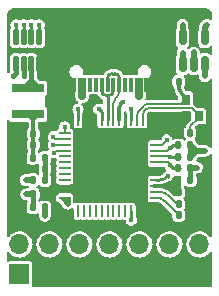
<source format=gbr>
%TF.GenerationSoftware,KiCad,Pcbnew,(6.0.4)*%
%TF.CreationDate,2022-07-06T17:37:40+08:00*%
%TF.ProjectId,XilinxJtag,58696c69-6e78-44a7-9461-672e6b696361,rev?*%
%TF.SameCoordinates,Original*%
%TF.FileFunction,Copper,L1,Top*%
%TF.FilePolarity,Positive*%
%FSLAX46Y46*%
G04 Gerber Fmt 4.6, Leading zero omitted, Abs format (unit mm)*
G04 Created by KiCad (PCBNEW (6.0.4)) date 2022-07-06 17:37:40*
%MOMM*%
%LPD*%
G01*
G04 APERTURE LIST*
G04 Aperture macros list*
%AMRoundRect*
0 Rectangle with rounded corners*
0 $1 Rounding radius*
0 $2 $3 $4 $5 $6 $7 $8 $9 X,Y pos of 4 corners*
0 Add a 4 corners polygon primitive as box body*
4,1,4,$2,$3,$4,$5,$6,$7,$8,$9,$2,$3,0*
0 Add four circle primitives for the rounded corners*
1,1,$1+$1,$2,$3*
1,1,$1+$1,$4,$5*
1,1,$1+$1,$6,$7*
1,1,$1+$1,$8,$9*
0 Add four rect primitives between the rounded corners*
20,1,$1+$1,$2,$3,$4,$5,0*
20,1,$1+$1,$4,$5,$6,$7,0*
20,1,$1+$1,$6,$7,$8,$9,0*
20,1,$1+$1,$8,$9,$2,$3,0*%
G04 Aperture macros list end*
%TA.AperFunction,SMDPad,CuDef*%
%ADD10RoundRect,0.140000X-0.140000X-0.170000X0.140000X-0.170000X0.140000X0.170000X-0.140000X0.170000X0*%
%TD*%
%TA.AperFunction,SMDPad,CuDef*%
%ADD11RoundRect,0.135000X0.135000X0.185000X-0.135000X0.185000X-0.135000X-0.185000X0.135000X-0.185000X0*%
%TD*%
%TA.AperFunction,SMDPad,CuDef*%
%ADD12R,0.300000X1.150000*%
%TD*%
%TA.AperFunction,ComponentPad*%
%ADD13O,1.000000X2.100000*%
%TD*%
%TA.AperFunction,ComponentPad*%
%ADD14O,1.000000X1.600000*%
%TD*%
%TA.AperFunction,SMDPad,CuDef*%
%ADD15R,2.700000X0.800000*%
%TD*%
%TA.AperFunction,SMDPad,CuDef*%
%ADD16R,0.800000X0.900000*%
%TD*%
%TA.AperFunction,ComponentPad*%
%ADD17R,1.700000X1.700000*%
%TD*%
%TA.AperFunction,ComponentPad*%
%ADD18O,1.700000X1.700000*%
%TD*%
%TA.AperFunction,SMDPad,CuDef*%
%ADD19RoundRect,0.147500X0.147500X0.172500X-0.147500X0.172500X-0.147500X-0.172500X0.147500X-0.172500X0*%
%TD*%
%TA.AperFunction,SMDPad,CuDef*%
%ADD20RoundRect,0.135000X-0.135000X-0.185000X0.135000X-0.185000X0.135000X0.185000X-0.135000X0.185000X0*%
%TD*%
%TA.AperFunction,SMDPad,CuDef*%
%ADD21RoundRect,0.140000X0.140000X0.170000X-0.140000X0.170000X-0.140000X-0.170000X0.140000X-0.170000X0*%
%TD*%
%TA.AperFunction,SMDPad,CuDef*%
%ADD22RoundRect,0.150000X-0.150000X0.512500X-0.150000X-0.512500X0.150000X-0.512500X0.150000X0.512500X0*%
%TD*%
%TA.AperFunction,SMDPad,CuDef*%
%ADD23RoundRect,0.125000X0.125000X-0.537500X0.125000X0.537500X-0.125000X0.537500X-0.125000X-0.537500X0*%
%TD*%
%TA.AperFunction,SMDPad,CuDef*%
%ADD24RoundRect,0.062500X-0.062500X0.412500X-0.062500X-0.412500X0.062500X-0.412500X0.062500X0.412500X0*%
%TD*%
%TA.AperFunction,SMDPad,CuDef*%
%ADD25RoundRect,0.062500X-0.412500X0.062500X-0.412500X-0.062500X0.412500X-0.062500X0.412500X0.062500X0*%
%TD*%
%TA.AperFunction,SMDPad,CuDef*%
%ADD26R,6.200000X6.200000*%
%TD*%
%TA.AperFunction,ViaPad*%
%ADD27C,0.450000*%
%TD*%
%TA.AperFunction,Conductor*%
%ADD28C,0.250000*%
%TD*%
%TA.AperFunction,Conductor*%
%ADD29C,0.200000*%
%TD*%
%TA.AperFunction,Conductor*%
%ADD30C,0.300000*%
%TD*%
%TA.AperFunction,Conductor*%
%ADD31C,0.500000*%
%TD*%
%TA.AperFunction,Conductor*%
%ADD32C,0.400000*%
%TD*%
%TA.AperFunction,Conductor*%
%ADD33C,0.650000*%
%TD*%
%TA.AperFunction,Conductor*%
%ADD34C,0.150000*%
%TD*%
G04 APERTURE END LIST*
D10*
%TO.P,C1,1*%
%TO.N,Net-(C1-Pad1)*%
X147750000Y-82850000D03*
%TO.P,C1,2*%
%TO.N,VSS*%
X148710000Y-82850000D03*
%TD*%
D11*
%TO.P,R5,1*%
%TO.N,+3V3*%
X148740000Y-77870000D03*
%TO.P,R5,2*%
%TO.N,EEP_CS*%
X147720000Y-77870000D03*
%TD*%
D12*
%TO.P,J1,A1,GND*%
%TO.N,VSS*%
X145320000Y-72715001D03*
%TO.P,J1,A4,VBUS*%
%TO.N,VBUS*%
X144520000Y-72715001D03*
%TO.P,J1,A5,CC1*%
%TO.N,unconnected-(J1-PadA5)*%
X143220000Y-72715001D03*
%TO.P,J1,A6,DP1*%
%TO.N,DP*%
X142220000Y-72715001D03*
%TO.P,J1,A7,DN1*%
%TO.N,DM*%
X141720000Y-72715001D03*
%TO.P,J1,A8,SBU1*%
%TO.N,unconnected-(J1-PadA8)*%
X140720000Y-72715001D03*
%TO.P,J1,A9,VBUS*%
%TO.N,VBUS*%
X139420000Y-72715001D03*
%TO.P,J1,A12,GND*%
%TO.N,VSS*%
X138620000Y-72715001D03*
%TO.P,J1,B1,GND*%
X138920000Y-72715001D03*
%TO.P,J1,B4,VBUS*%
%TO.N,VBUS*%
X139720000Y-72715001D03*
%TO.P,J1,B5,CC2*%
%TO.N,unconnected-(J1-PadB5)*%
X140220000Y-72715001D03*
%TO.P,J1,B6,DP2*%
%TO.N,DP*%
X141220000Y-72715001D03*
%TO.P,J1,B7,DN2*%
%TO.N,DM*%
X142720000Y-72715001D03*
%TO.P,J1,B8,SBU2*%
%TO.N,unconnected-(J1-PadB8)*%
X143720000Y-72715001D03*
%TO.P,J1,B9,VBUS*%
%TO.N,VBUS*%
X144220000Y-72715001D03*
%TO.P,J1,B12,GND*%
%TO.N,VSS*%
X145020000Y-72715001D03*
D13*
%TO.P,J1,S1,SHIELD*%
X137650000Y-72150001D03*
D14*
X137650000Y-67970001D03*
X146290000Y-67970001D03*
D13*
X146290000Y-72150001D03*
%TD*%
D10*
%TO.P,C3,1*%
%TO.N,VSS*%
X147750000Y-76780000D03*
%TO.P,C3,2*%
%TO.N,Net-(C3-Pad2)*%
X148710000Y-76780000D03*
%TD*%
D15*
%TO.P,L1,1,1*%
%TO.N,Net-(C15-Pad2)*%
X134980000Y-73030000D03*
%TO.P,L1,2,2*%
%TO.N,3.3V*%
X134980000Y-75230000D03*
%TD*%
D10*
%TO.P,C16,1*%
%TO.N,3.3V*%
X135440000Y-76866569D03*
%TO.P,C16,2*%
%TO.N,VSS*%
X136400000Y-76866569D03*
%TD*%
D11*
%TO.P,R12,1*%
%TO.N,Net-(R12-Pad1)*%
X136410000Y-80800000D03*
%TO.P,R12,2*%
%TO.N,Net-(R12-Pad2)*%
X135390000Y-80800000D03*
%TD*%
D16*
%TO.P,Y1,1,1*%
%TO.N,Net-(C3-Pad2)*%
X149430000Y-75390000D03*
%TO.P,Y1,2,2*%
%TO.N,VSS*%
X149430000Y-73990000D03*
%TO.P,Y1,3,3*%
%TO.N,Net-(C4-Pad2)*%
X148330000Y-73990000D03*
%TO.P,Y1,4,4*%
%TO.N,VSS*%
X148330000Y-75390000D03*
%TD*%
D10*
%TO.P,C2,1*%
%TO.N,Net-(C2-Pad1)*%
X147750000Y-83770000D03*
%TO.P,C2,2*%
%TO.N,VSS*%
X148710000Y-83770000D03*
%TD*%
D17*
%TO.P,J2,1,Pin_1*%
%TO.N,unconnected-(J2-Pad1)*%
X134265000Y-88795000D03*
D18*
%TO.P,J2,2,Pin_2*%
%TO.N,Net-(J2-Pad2)*%
X134265000Y-86255000D03*
%TO.P,J2,3,Pin_3*%
%TO.N,VSS*%
X136805000Y-88795000D03*
%TO.P,J2,4,Pin_4*%
%TO.N,TMS*%
X136805000Y-86255000D03*
%TO.P,J2,5,Pin_5*%
%TO.N,VSS*%
X139345000Y-88795000D03*
%TO.P,J2,6,Pin_6*%
%TO.N,TCK*%
X139345000Y-86255000D03*
%TO.P,J2,7,Pin_7*%
%TO.N,VSS*%
X141885000Y-88795000D03*
%TO.P,J2,8,Pin_8*%
%TO.N,TDO*%
X141885000Y-86255000D03*
%TO.P,J2,9,Pin_9*%
%TO.N,VSS*%
X144425000Y-88795000D03*
%TO.P,J2,10,Pin_10*%
%TO.N,TDI*%
X144425000Y-86255000D03*
%TO.P,J2,11,Pin_11*%
%TO.N,VSS*%
X146965000Y-88795000D03*
%TO.P,J2,12,Pin_12*%
%TO.N,unconnected-(J2-Pad12)*%
X146965000Y-86255000D03*
%TO.P,J2,13,Pin_13*%
%TO.N,VSS*%
X149505000Y-88795000D03*
%TO.P,J2,14,Pin_14*%
%TO.N,unconnected-(J2-Pad14)*%
X149505000Y-86255000D03*
%TD*%
D19*
%TO.P,D1,1,K*%
%TO.N,VSS*%
X136387500Y-82010000D03*
%TO.P,D1,2,A*%
%TO.N,Net-(D1-Pad2)*%
X135417500Y-82010000D03*
%TD*%
D11*
%TO.P,R8,1*%
%TO.N,Net-(R6-Pad2)*%
X148740000Y-79740000D03*
%TO.P,R8,2*%
%TO.N,EEP_D*%
X147720000Y-79740000D03*
%TD*%
D20*
%TO.P,R14,1*%
%TO.N,3.3V*%
X135390000Y-78920000D03*
%TO.P,R14,2*%
%TO.N,Net-(R12-Pad1)*%
X136410000Y-78920000D03*
%TD*%
D21*
%TO.P,C4,1*%
%TO.N,VSS*%
X148710000Y-72460000D03*
%TO.P,C4,2*%
%TO.N,Net-(C4-Pad2)*%
X147750000Y-72460000D03*
%TD*%
D22*
%TO.P,U2,1,DO*%
%TO.N,Net-(R6-Pad2)*%
X149970000Y-68692500D03*
%TO.P,U2,2,GND*%
%TO.N,VSS*%
X149020000Y-68692500D03*
%TO.P,U2,3,DI*%
%TO.N,EEP_D*%
X148070000Y-68692500D03*
%TO.P,U2,4,CLK*%
%TO.N,EEP_CLK*%
X148070000Y-70967500D03*
%TO.P,U2,5,CS*%
%TO.N,EEP_CS*%
X149020000Y-70967500D03*
%TO.P,U2,6,VCC*%
%TO.N,+3V3*%
X149970000Y-70967500D03*
%TD*%
D10*
%TO.P,C7,1*%
%TO.N,+3V3*%
X147750000Y-81820000D03*
%TO.P,C7,2*%
%TO.N,VSS*%
X148710000Y-81820000D03*
%TD*%
D20*
%TO.P,R13,1*%
%TO.N,VSS*%
X135390000Y-79850000D03*
%TO.P,R13,2*%
%TO.N,Net-(R12-Pad1)*%
X136410000Y-79850000D03*
%TD*%
D23*
%TO.P,U3,1,PG*%
%TO.N,Net-(D1-Pad2)*%
X133975000Y-70967500D03*
%TO.P,U3,2,IN*%
%TO.N,VBUS*%
X134625000Y-70967500D03*
%TO.P,U3,3,SW*%
%TO.N,Net-(C15-Pad2)*%
X135275000Y-70967500D03*
%TO.P,U3,4,GND*%
%TO.N,VSS*%
X135925000Y-70967500D03*
%TO.P,U3,5,BST*%
%TO.N,Net-(R11-Pad2)*%
X135925000Y-68692500D03*
%TO.P,U3,6,EN*%
%TO.N,Net-(R10-Pad1)*%
X135275000Y-68692500D03*
%TO.P,U3,7,VCC*%
%TO.N,Net-(C14-Pad1)*%
X134625000Y-68692500D03*
%TO.P,U3,8,FB*%
%TO.N,Net-(R12-Pad2)*%
X133975000Y-68692500D03*
%TD*%
D11*
%TO.P,R7,1*%
%TO.N,+3V3*%
X148740000Y-78810000D03*
%TO.P,R7,2*%
%TO.N,EEP_CLK*%
X147720000Y-78810000D03*
%TD*%
D24*
%TO.P,U1,1,XCSI*%
%TO.N,Net-(C3-Pad2)*%
X144720000Y-75680000D03*
%TO.P,U1,2,XCSO*%
%TO.N,Net-(C4-Pad2)*%
X144220000Y-75680000D03*
%TO.P,U1,3,VPHY*%
%TO.N,+3V3*%
X143720000Y-75680000D03*
%TO.P,U1,4,AGND*%
%TO.N,VSS*%
X143220000Y-75680000D03*
%TO.P,U1,5,REF*%
%TO.N,Net-(R3-Pad1)*%
X142720000Y-75680000D03*
%TO.P,U1,6,DM*%
%TO.N,DM*%
X142220000Y-75680000D03*
%TO.P,U1,7,DP*%
%TO.N,DP*%
X141720000Y-75680000D03*
%TO.P,U1,8,VPLL*%
%TO.N,+3V3*%
X141220000Y-75680000D03*
%TO.P,U1,9,AGND*%
%TO.N,VSS*%
X140720000Y-75680000D03*
%TO.P,U1,10,GND*%
X140220000Y-75680000D03*
%TO.P,U1,11,GND*%
X139720000Y-75680000D03*
%TO.P,U1,12,VCCIO*%
%TO.N,+3V3*%
X139220000Y-75680000D03*
D25*
%TO.P,U1,13,ADBUS0*%
%TO.N,TCK*%
X138095000Y-76805000D03*
%TO.P,U1,14,ADBUS1*%
%TO.N,TDI*%
X138095000Y-77305000D03*
%TO.P,U1,15,ADBUS2*%
%TO.N,TDO*%
X138095000Y-77805000D03*
%TO.P,U1,16,ADBUS3*%
%TO.N,TMS*%
X138095000Y-78305000D03*
%TO.P,U1,17,ADBUS4*%
%TO.N,unconnected-(U1-Pad17)*%
X138095000Y-78805000D03*
%TO.P,U1,18,ADBUS5*%
%TO.N,unconnected-(U1-Pad18)*%
X138095000Y-79305000D03*
%TO.P,U1,19,ADBUS6*%
%TO.N,unconnected-(U1-Pad19)*%
X138095000Y-79805000D03*
%TO.P,U1,20,ADBUS7*%
%TO.N,unconnected-(U1-Pad20)*%
X138095000Y-80305000D03*
%TO.P,U1,21,ACBUS0*%
%TO.N,unconnected-(U1-Pad21)*%
X138095000Y-80805000D03*
%TO.P,U1,22,GND*%
%TO.N,VSS*%
X138095000Y-81305000D03*
%TO.P,U1,23,GND*%
X138095000Y-81805000D03*
%TO.P,U1,24,VCCIO*%
%TO.N,+3V3*%
X138095000Y-82305000D03*
D24*
%TO.P,U1,25,ACBUS1*%
%TO.N,unconnected-(U1-Pad25)*%
X139220000Y-83430000D03*
%TO.P,U1,26,ACBUS2*%
%TO.N,unconnected-(U1-Pad26)*%
X139720000Y-83430000D03*
%TO.P,U1,27,ACBUS3*%
%TO.N,unconnected-(U1-Pad27)*%
X140220000Y-83430000D03*
%TO.P,U1,28,ACBUS4*%
%TO.N,unconnected-(U1-Pad28)*%
X140720000Y-83430000D03*
%TO.P,U1,29,ACBUS5*%
%TO.N,unconnected-(U1-Pad29)*%
X141220000Y-83430000D03*
%TO.P,U1,30,ACBUS6*%
%TO.N,unconnected-(U1-Pad30)*%
X141720000Y-83430000D03*
%TO.P,U1,31,ACBUS7*%
%TO.N,unconnected-(U1-Pad31)*%
X142220000Y-83430000D03*
%TO.P,U1,32,ACBUS8*%
%TO.N,unconnected-(U1-Pad32)*%
X142720000Y-83430000D03*
%TO.P,U1,33,ACBUS9*%
%TO.N,unconnected-(U1-Pad33)*%
X143220000Y-83430000D03*
%TO.P,U1,34,~{RESET}*%
%TO.N,RESET*%
X143720000Y-83430000D03*
%TO.P,U1,35,GND*%
%TO.N,VSS*%
X144220000Y-83430000D03*
%TO.P,U1,36,GND*%
X144720000Y-83430000D03*
D25*
%TO.P,U1,37,VCCA*%
%TO.N,Net-(C2-Pad1)*%
X145845000Y-82305000D03*
%TO.P,U1,38,VCCCORE*%
%TO.N,Net-(C1-Pad1)*%
X145845000Y-81805000D03*
%TO.P,U1,39,VCCD*%
%TO.N,+3V3*%
X145845000Y-81305000D03*
%TO.P,U1,40,VREGIN*%
%TO.N,VBUS*%
X145845000Y-80805000D03*
%TO.P,U1,41,AGND*%
%TO.N,VSS*%
X145845000Y-80305000D03*
%TO.P,U1,42,TEST*%
X145845000Y-79805000D03*
%TO.P,U1,43,EEDATA*%
%TO.N,EEP_D*%
X145845000Y-79305000D03*
%TO.P,U1,44,EECLK*%
%TO.N,EEP_CLK*%
X145845000Y-78805000D03*
%TO.P,U1,45,EECS*%
%TO.N,EEP_CS*%
X145845000Y-78305000D03*
%TO.P,U1,46,VCCIO*%
%TO.N,+3V3*%
X145845000Y-77805000D03*
%TO.P,U1,47,GND*%
%TO.N,VSS*%
X145845000Y-77305000D03*
%TO.P,U1,48,GND*%
X145845000Y-76805000D03*
D26*
%TO.P,U1,49,EP*%
X141970000Y-79555000D03*
%TD*%
D20*
%TO.P,R6,1*%
%TO.N,+3V3*%
X147720000Y-80800000D03*
%TO.P,R6,2*%
%TO.N,Net-(R6-Pad2)*%
X148740000Y-80800000D03*
%TD*%
%TO.P,R9,1*%
%TO.N,Net-(D1-Pad2)*%
X135390000Y-83110000D03*
%TO.P,R9,2*%
%TO.N,VBUS*%
X136410000Y-83110000D03*
%TD*%
D10*
%TO.P,C17,1*%
%TO.N,3.3V*%
X135440000Y-77796568D03*
%TO.P,C17,2*%
%TO.N,VSS*%
X136400000Y-77796568D03*
%TD*%
D27*
%TO.N,VSS*%
X143070000Y-78540000D03*
X149840000Y-76670000D03*
X141070000Y-80540000D03*
X141070000Y-79540000D03*
X136720000Y-76140000D03*
X149300000Y-83310000D03*
X142925000Y-70030000D03*
X149250000Y-82330000D03*
X141925000Y-69030000D03*
X149020000Y-67640000D03*
X143070000Y-80540000D03*
X140925000Y-68030000D03*
X141070000Y-78540000D03*
X142070000Y-78540000D03*
X141925000Y-70030000D03*
X142070000Y-80540000D03*
X142070000Y-79540000D03*
X137380000Y-75720000D03*
X146820000Y-75650000D03*
X142925000Y-68030000D03*
X141925000Y-68030000D03*
X143070000Y-79540000D03*
X142925000Y-69030000D03*
X140925000Y-70030000D03*
X140925000Y-69030000D03*
X149840000Y-73270000D03*
%TO.N,RESET*%
X143720000Y-84180000D03*
%TO.N,+3V3*%
X146730000Y-77400000D03*
X143720000Y-74800000D03*
X146740000Y-81300000D03*
X149970000Y-72000000D03*
X140960000Y-74800000D03*
X139220000Y-74800000D03*
X138350000Y-82820000D03*
X149970000Y-78310000D03*
%TO.N,VBUS*%
X136410000Y-83820000D03*
X139570000Y-73700000D03*
X134625000Y-72000000D03*
X146870000Y-80450000D03*
X144380000Y-73690000D03*
%TO.N,Net-(C14-Pad1)*%
X134625000Y-67660000D03*
%TO.N,Net-(C15-Pad2)*%
X135690000Y-73000000D03*
%TO.N,3.3V*%
X134980000Y-75230000D03*
%TO.N,Net-(D1-Pad2)*%
X133750000Y-72000000D03*
X134840000Y-82010000D03*
%TO.N,TDI*%
X137130000Y-77130000D03*
%TO.N,TDO*%
X137140000Y-77800000D03*
%TO.N,TCK*%
X138100000Y-76290000D03*
%TO.N,TMS*%
X137169500Y-78470000D03*
%TO.N,EEP_CS*%
X147000000Y-78100000D03*
X149030000Y-70000000D03*
%TO.N,Net-(R6-Pad2)*%
X149300000Y-79740000D03*
X150170000Y-67650000D03*
%TO.N,EEP_CLK*%
X148070000Y-70010000D03*
X147000000Y-78810000D03*
%TO.N,EEP_D*%
X147000000Y-79500000D03*
X148070000Y-67650000D03*
%TO.N,Net-(R10-Pad1)*%
X135275000Y-67660000D03*
%TO.N,Net-(R11-Pad2)*%
X135925000Y-67670000D03*
%TO.N,Net-(R12-Pad2)*%
X134790000Y-80800000D03*
X133975000Y-67660000D03*
%TO.N,Net-(R3-Pad1)*%
X143000000Y-74160000D03*
%TD*%
D28*
%TO.N,RESET*%
X143720000Y-83430000D02*
X143720000Y-84180000D01*
%TO.N,+3V3*%
X138387500Y-82887500D02*
X138132500Y-82632500D01*
D29*
X146325000Y-77805000D02*
X146730000Y-77400000D01*
X145845000Y-77805000D02*
X146325000Y-77805000D01*
D28*
X138440000Y-82800000D02*
X138440000Y-82540000D01*
X143720000Y-74800000D02*
X143720000Y-75680000D01*
X140960000Y-74800000D02*
X141220000Y-75060000D01*
X141220000Y-75060000D02*
X141220000Y-75680000D01*
D30*
X148740000Y-78810000D02*
X148740000Y-77870000D01*
D31*
X149180000Y-78310000D02*
X148740000Y-77870000D01*
D28*
X138117500Y-82617500D02*
X137862500Y-82362500D01*
X139220000Y-75680000D02*
X139220000Y-74800000D01*
D31*
X149970000Y-78310000D02*
X149240000Y-78310000D01*
D28*
X138440000Y-82620000D02*
X138440000Y-82360000D01*
D31*
X149240000Y-78310000D02*
X148740000Y-78810000D01*
D28*
X138377500Y-82617500D02*
X138122500Y-82362500D01*
D31*
X149970000Y-72000000D02*
X149970000Y-70967500D01*
D28*
%TO.N,VBUS*%
X146807893Y-80512107D02*
X146870000Y-80450000D01*
D31*
X136410000Y-83820000D02*
X136410000Y-83110000D01*
D32*
X134625000Y-70967500D02*
X134625000Y-72000000D01*
D33*
X139570000Y-73700000D02*
X139570000Y-73018916D01*
D28*
X145845000Y-80805000D02*
X146100786Y-80805000D01*
D33*
X144380000Y-73690000D02*
X144380000Y-72875001D01*
D28*
X146100786Y-80804990D02*
G75*
G03*
X146807893Y-80512107I14J999990D01*
G01*
%TO.N,Net-(C14-Pad1)*%
X134625000Y-67660000D02*
X134625000Y-68692500D01*
D31*
%TO.N,Net-(C15-Pad2)*%
X135342500Y-72512500D02*
X135637500Y-72807500D01*
X135207500Y-72512500D02*
X134912500Y-72807500D01*
D32*
X135275000Y-70967500D02*
X135275000Y-72735000D01*
D30*
%TO.N,3.3V*%
X135440000Y-77796568D02*
X135440000Y-78400000D01*
X135440000Y-75690000D02*
X134980000Y-75230000D01*
X135900000Y-75230000D02*
X135440000Y-75690001D01*
X135440000Y-76866569D02*
X135440000Y-77796568D01*
X135440000Y-78400000D02*
X135390000Y-78450000D01*
X135390000Y-78450000D02*
X135390000Y-78920000D01*
X134980000Y-75230000D02*
X135900000Y-75230000D01*
X135440000Y-76866569D02*
X135440000Y-75690000D01*
D32*
%TO.N,Net-(D1-Pad2)*%
X133975000Y-71775000D02*
X133750000Y-72000000D01*
X135417500Y-82010000D02*
X135417500Y-83082500D01*
X133975000Y-70967500D02*
X133975000Y-71775000D01*
D31*
X135417500Y-82010000D02*
X134840000Y-82010000D01*
D32*
X135417500Y-83082500D02*
X135390000Y-83110000D01*
D28*
%TO.N,DP*%
X141770000Y-73630000D02*
X141875736Y-73630000D01*
X141720000Y-73680000D02*
X141770000Y-73630000D01*
X142220000Y-73285736D02*
X142220000Y-72715000D01*
X141219999Y-72715000D02*
X141219999Y-73285735D01*
X142087868Y-73542132D02*
X142132132Y-73497868D01*
X141564264Y-73630000D02*
X141770000Y-73630000D01*
X141307867Y-73497867D02*
X141352132Y-73542132D01*
X141720000Y-75680000D02*
X141720000Y-73680000D01*
X141564264Y-73630025D02*
G75*
G02*
X141352132Y-73542132I36J300025D01*
G01*
X141219975Y-73285735D02*
G75*
G03*
X141307867Y-73497867I300025J35D01*
G01*
X142220025Y-73285736D02*
G75*
G02*
X142132132Y-73497868I-300025J36D01*
G01*
X141875736Y-73630025D02*
G75*
G03*
X142087868Y-73542132I-36J300025D01*
G01*
%TO.N,DM*%
X142632133Y-71922133D02*
X142587868Y-71877868D01*
D29*
X142720000Y-73318128D02*
X142720000Y-72715001D01*
D28*
X142375736Y-71790000D02*
X142084264Y-71790000D01*
D29*
X142220000Y-75680000D02*
X142220000Y-74315184D01*
D28*
X142720001Y-72715000D02*
X142720001Y-72134265D01*
D29*
X142395736Y-73890920D02*
X142544264Y-73742392D01*
D28*
X141872132Y-71877868D02*
X141807868Y-71942132D01*
X141720000Y-72154264D02*
X141720000Y-72715000D01*
X142720025Y-72134265D02*
G75*
G03*
X142632133Y-71922133I-300025J-35D01*
G01*
D29*
X142544250Y-73742378D02*
G75*
G03*
X142720000Y-73318128I-424250J424278D01*
G01*
X142395744Y-73890928D02*
G75*
G03*
X142220000Y-74315184I424256J-424272D01*
G01*
D28*
X142375736Y-71789975D02*
G75*
G02*
X142587868Y-71877868I-36J-300025D01*
G01*
X141719975Y-72154264D02*
G75*
G02*
X141807868Y-71942132I300025J-36D01*
G01*
X141872150Y-71877886D02*
G75*
G02*
X142084264Y-71790000I212150J-212114D01*
G01*
D29*
%TO.N,TDI*%
X138095000Y-77305000D02*
X137305000Y-77305000D01*
X137305000Y-77305000D02*
X137130000Y-77130000D01*
%TO.N,TDO*%
X137145000Y-77805000D02*
X137140000Y-77800000D01*
X138095000Y-77805000D02*
X137145000Y-77805000D01*
%TO.N,TCK*%
X138100000Y-76800000D02*
X138095000Y-76805000D01*
X138100000Y-76290000D02*
X138100000Y-76800000D01*
%TO.N,TMS*%
X137334500Y-78305000D02*
X137169500Y-78470000D01*
X138095000Y-78305000D02*
X137334500Y-78305000D01*
D31*
%TO.N,EEP_CS*%
X149020000Y-70967500D02*
X149020000Y-70010000D01*
D29*
X146795000Y-78305000D02*
X147000000Y-78100000D01*
D28*
X147820000Y-77870000D02*
X147230000Y-77870000D01*
X147230000Y-77870000D02*
X147000000Y-78100000D01*
D31*
X149020000Y-70010000D02*
X149030000Y-70000000D01*
D29*
X145845001Y-78305000D02*
X146795000Y-78305000D01*
D31*
%TO.N,Net-(R6-Pad2)*%
X149970000Y-67850000D02*
X149970000Y-68692500D01*
D32*
X148740000Y-80800000D02*
X148740000Y-79740000D01*
D31*
X148740000Y-79740000D02*
X149300000Y-79740000D01*
X150170000Y-67650000D02*
X149970000Y-67850000D01*
D29*
%TO.N,EEP_CLK*%
X145845000Y-78805000D02*
X146995000Y-78805000D01*
D31*
X148070000Y-70967500D02*
X148070000Y-70010000D01*
D28*
X147000000Y-78810000D02*
X147820000Y-78810000D01*
D29*
%TO.N,EEP_D*%
X145845000Y-79305000D02*
X146805000Y-79305000D01*
D28*
X147820000Y-79740000D02*
X147240000Y-79740000D01*
D31*
X148070000Y-68692500D02*
X148070000Y-67650000D01*
D28*
X147240000Y-79740000D02*
X147000000Y-79500000D01*
D29*
X146805000Y-79305000D02*
X147000000Y-79500000D01*
D28*
%TO.N,Net-(R10-Pad1)*%
X135275000Y-67660000D02*
X135275000Y-68692500D01*
%TO.N,Net-(R11-Pad2)*%
X135925000Y-67670000D02*
X135925000Y-68692500D01*
D32*
%TO.N,Net-(R12-Pad1)*%
X136410000Y-78830000D02*
X136410000Y-80870000D01*
D31*
%TO.N,Net-(R12-Pad2)*%
X135390000Y-80800000D02*
X134790000Y-80800000D01*
D28*
X133975000Y-67660000D02*
X133975000Y-68692500D01*
D29*
%TO.N,Net-(C1-Pad1)*%
X145845000Y-81805000D02*
X146170786Y-81805000D01*
X146877893Y-82097893D02*
X147630000Y-82850000D01*
X146877900Y-82097886D02*
G75*
G03*
X146170786Y-81805000I-707100J-707114D01*
G01*
%TO.N,Net-(C2-Pad1)*%
X145845000Y-82305000D02*
X145870786Y-82305000D01*
X146577893Y-82597893D02*
X147750000Y-83770000D01*
X145870786Y-82305010D02*
G75*
G02*
X146577893Y-82597893I14J-999990D01*
G01*
D34*
%TO.N,Net-(C3-Pad2)*%
X149430000Y-75390000D02*
X149430000Y-75280000D01*
X149430000Y-75280000D02*
X148840000Y-74690000D01*
X149430000Y-75540000D02*
X148710000Y-76260000D01*
X148840000Y-74690000D02*
X145257107Y-74690000D01*
X149430000Y-75390000D02*
X149430000Y-75540000D01*
X144720000Y-75227107D02*
X144720000Y-75680000D01*
X144903553Y-74836447D02*
X144866446Y-74873554D01*
X148710000Y-76260000D02*
X148710000Y-76780000D01*
X144720005Y-75227107D02*
G75*
G02*
X144866446Y-74873554I499995J7D01*
G01*
X145257107Y-74690005D02*
G75*
G03*
X144903553Y-74836447I-7J-499995D01*
G01*
D30*
%TO.N,Net-(C4-Pad2)*%
X148042893Y-73507893D02*
X148230000Y-73695000D01*
D34*
X144773553Y-74506447D02*
X144366446Y-74913554D01*
X147960000Y-74360000D02*
X145127107Y-74360000D01*
D30*
X147750000Y-72460000D02*
X147750000Y-72800786D01*
D34*
X144220000Y-75267107D02*
X144220000Y-75680000D01*
X148330000Y-73990000D02*
X147960000Y-74360000D01*
X145127107Y-74360005D02*
G75*
G03*
X144773553Y-74506447I-7J-499995D01*
G01*
X144220005Y-75267107D02*
G75*
G02*
X144366446Y-74913554I499995J7D01*
G01*
D30*
X148042886Y-73507900D02*
G75*
G02*
X147750000Y-72800786I707114J707100D01*
G01*
%TO.N,Net-(R3-Pad1)*%
X142720000Y-75680000D02*
X142720000Y-74688528D01*
X142895736Y-74264264D02*
X143000000Y-74160000D01*
X142720020Y-74688528D02*
G75*
G02*
X142895736Y-74264264I599980J28D01*
G01*
%TD*%
%TA.AperFunction,Conductor*%
%TO.N,VSS*%
G36*
X150014888Y-66262402D02*
G01*
X150020438Y-66263506D01*
X150030000Y-66265408D01*
X150039563Y-66263506D01*
X150049312Y-66263506D01*
X150049312Y-66264495D01*
X150061045Y-66263998D01*
X150141196Y-66273029D01*
X150162804Y-66277961D01*
X150257892Y-66311234D01*
X150277859Y-66320850D01*
X150363161Y-66374448D01*
X150380494Y-66388270D01*
X150451730Y-66459506D01*
X150465552Y-66476839D01*
X150519149Y-66562138D01*
X150528766Y-66582108D01*
X150562038Y-66677193D01*
X150566972Y-66698807D01*
X150576002Y-66778952D01*
X150575505Y-66790688D01*
X150576494Y-66790688D01*
X150576494Y-66800437D01*
X150574592Y-66810000D01*
X150576494Y-66819562D01*
X150577598Y-66825112D01*
X150579500Y-66844426D01*
X150579500Y-67136649D01*
X150560593Y-67194840D01*
X150511093Y-67230804D01*
X150449907Y-67230804D01*
X150432431Y-67223195D01*
X150350384Y-67177622D01*
X150343505Y-67176065D01*
X150343504Y-67176065D01*
X150217430Y-67147537D01*
X150217429Y-67147537D01*
X150210553Y-67145981D01*
X150147276Y-67149907D01*
X150074500Y-67154422D01*
X150074498Y-67154422D01*
X150067462Y-67154859D01*
X150004407Y-67177622D01*
X149939249Y-67201144D01*
X149939247Y-67201145D01*
X149932613Y-67203540D01*
X149926918Y-67207700D01*
X149926915Y-67207702D01*
X149846750Y-67266267D01*
X149846746Y-67266270D01*
X149843664Y-67268522D01*
X149663581Y-67448605D01*
X149653601Y-67456579D01*
X149653616Y-67456596D01*
X149648246Y-67461166D01*
X149642280Y-67464930D01*
X149637612Y-67470215D01*
X149637609Y-67470218D01*
X149606708Y-67505208D01*
X149602508Y-67509678D01*
X149590680Y-67521506D01*
X149586924Y-67526518D01*
X149583902Y-67530550D01*
X149578896Y-67536699D01*
X149547377Y-67572388D01*
X149543018Y-67581671D01*
X149532627Y-67598966D01*
X149526474Y-67607176D01*
X149523998Y-67613781D01*
X149509765Y-67651746D01*
X149506680Y-67659066D01*
X149489446Y-67695774D01*
X149489445Y-67695778D01*
X149486447Y-67702163D01*
X149485362Y-67709131D01*
X149485361Y-67709135D01*
X149484870Y-67712292D01*
X149479747Y-67731820D01*
X149476148Y-67741420D01*
X149473119Y-67782189D01*
X149472620Y-67788898D01*
X149471713Y-67796793D01*
X149470088Y-67807228D01*
X149470087Y-67807236D01*
X149469500Y-67811009D01*
X149469500Y-67827209D01*
X149469228Y-67834545D01*
X149465524Y-67884392D01*
X149466996Y-67891287D01*
X149466996Y-67891289D01*
X149467319Y-67892801D01*
X149469500Y-67913468D01*
X149469500Y-67961950D01*
X149458710Y-68006894D01*
X149434354Y-68054696D01*
X149419500Y-68148481D01*
X149419501Y-69236518D01*
X149434354Y-69330304D01*
X149491950Y-69443342D01*
X149581658Y-69533050D01*
X149588595Y-69536585D01*
X149588597Y-69536586D01*
X149674520Y-69580366D01*
X149694696Y-69590646D01*
X149702390Y-69591865D01*
X149702391Y-69591865D01*
X149784635Y-69604891D01*
X149784637Y-69604891D01*
X149788481Y-69605500D01*
X149969976Y-69605500D01*
X150151518Y-69605499D01*
X150155361Y-69604890D01*
X150155366Y-69604890D01*
X150192217Y-69599053D01*
X150245304Y-69590646D01*
X150309962Y-69557701D01*
X150351403Y-69536586D01*
X150351405Y-69536585D01*
X150358342Y-69533050D01*
X150410496Y-69480896D01*
X150465013Y-69453119D01*
X150525445Y-69462690D01*
X150568710Y-69505955D01*
X150579500Y-69550900D01*
X150579500Y-70109100D01*
X150560593Y-70167291D01*
X150511093Y-70203255D01*
X150449907Y-70203255D01*
X150410496Y-70179104D01*
X150358342Y-70126950D01*
X150351405Y-70123415D01*
X150351403Y-70123414D01*
X150252244Y-70072890D01*
X150252243Y-70072890D01*
X150245304Y-70069354D01*
X150237610Y-70068135D01*
X150237609Y-70068135D01*
X150155365Y-70055109D01*
X150155363Y-70055109D01*
X150151519Y-70054500D01*
X149970024Y-70054500D01*
X149788482Y-70054501D01*
X149784639Y-70055110D01*
X149784634Y-70055110D01*
X149747783Y-70060947D01*
X149694696Y-70069354D01*
X149687757Y-70072890D01*
X149687756Y-70072890D01*
X149676868Y-70078438D01*
X149616436Y-70088012D01*
X149561918Y-70060236D01*
X149534139Y-70005720D01*
X149533192Y-69982896D01*
X149533954Y-69972644D01*
X149533954Y-69972639D01*
X149534476Y-69965609D01*
X149504546Y-69825401D01*
X149436468Y-69699229D01*
X149335714Y-69597237D01*
X149210384Y-69527622D01*
X149203505Y-69526065D01*
X149203504Y-69526065D01*
X149077430Y-69497537D01*
X149077428Y-69497537D01*
X149070552Y-69495981D01*
X148992274Y-69500838D01*
X148934501Y-69504422D01*
X148934499Y-69504422D01*
X148927462Y-69504859D01*
X148792613Y-69553540D01*
X148786921Y-69557698D01*
X148786916Y-69557701D01*
X148714163Y-69610851D01*
X148708591Y-69614638D01*
X148698245Y-69621166D01*
X148698243Y-69621168D01*
X148692280Y-69624930D01*
X148687613Y-69630214D01*
X148687611Y-69630216D01*
X148656708Y-69665208D01*
X148652508Y-69669678D01*
X148640680Y-69681506D01*
X148633902Y-69690550D01*
X148628896Y-69696699D01*
X148618917Y-69707998D01*
X148566227Y-69739097D01*
X148505318Y-69733287D01*
X148469715Y-69707086D01*
X148458621Y-69694210D01*
X148442530Y-69675536D01*
X148418869Y-69619111D01*
X148432893Y-69559554D01*
X148456353Y-69534064D01*
X148458342Y-69533050D01*
X148548050Y-69443342D01*
X148601014Y-69339396D01*
X148602110Y-69337244D01*
X148602110Y-69337243D01*
X148605646Y-69330304D01*
X148620500Y-69236519D01*
X148620499Y-68148482D01*
X148616470Y-68123038D01*
X148614053Y-68107783D01*
X148605646Y-68054696D01*
X148581290Y-68006894D01*
X148570500Y-67961950D01*
X148570500Y-67614060D01*
X148567177Y-67590852D01*
X148556323Y-67515066D01*
X148555323Y-67508082D01*
X148528281Y-67448605D01*
X148498905Y-67383996D01*
X148498904Y-67383995D01*
X148495984Y-67377572D01*
X148402400Y-67268963D01*
X148282095Y-67190985D01*
X148144739Y-67149907D01*
X148061497Y-67149398D01*
X148008427Y-67149074D01*
X148008426Y-67149074D01*
X148001376Y-67149031D01*
X147994599Y-67150968D01*
X147994598Y-67150968D01*
X147870309Y-67186490D01*
X147870307Y-67186491D01*
X147863529Y-67188428D01*
X147742280Y-67264930D01*
X147737613Y-67270214D01*
X147737611Y-67270216D01*
X147652044Y-67367103D01*
X147652042Y-67367105D01*
X147647377Y-67372388D01*
X147644381Y-67378770D01*
X147644380Y-67378771D01*
X147629164Y-67411180D01*
X147586447Y-67502163D01*
X147585362Y-67509134D01*
X147585361Y-67509136D01*
X147582027Y-67530550D01*
X147569500Y-67611009D01*
X147569500Y-67961950D01*
X147558710Y-68006894D01*
X147534354Y-68054696D01*
X147519500Y-68148481D01*
X147519501Y-69236518D01*
X147534354Y-69330304D01*
X147591950Y-69443342D01*
X147681658Y-69533050D01*
X147682698Y-69533580D01*
X147716690Y-69580366D01*
X147716691Y-69641551D01*
X147696740Y-69676494D01*
X147694512Y-69679017D01*
X147647377Y-69732388D01*
X147586447Y-69862163D01*
X147569500Y-69971009D01*
X147569500Y-70236950D01*
X147558710Y-70281894D01*
X147534354Y-70329696D01*
X147519500Y-70423481D01*
X147519501Y-71511518D01*
X147520110Y-71515361D01*
X147520110Y-71515366D01*
X147525256Y-71547858D01*
X147534354Y-71605304D01*
X147553850Y-71643567D01*
X147584252Y-71703233D01*
X147591950Y-71718342D01*
X147609215Y-71735607D01*
X147636992Y-71790124D01*
X147627421Y-71850556D01*
X147584156Y-71893821D01*
X147554697Y-71903392D01*
X147495519Y-71912764D01*
X147495516Y-71912765D01*
X147487825Y-71913983D01*
X147450793Y-71932852D01*
X147384548Y-71966605D01*
X147384546Y-71966606D01*
X147377609Y-71970141D01*
X147290141Y-72057609D01*
X147286606Y-72064546D01*
X147286605Y-72064548D01*
X147250742Y-72134934D01*
X147233983Y-72167825D01*
X147232764Y-72175519D01*
X147232764Y-72175520D01*
X147225323Y-72222502D01*
X147219500Y-72259265D01*
X147219501Y-72660734D01*
X147220110Y-72664577D01*
X147220110Y-72664582D01*
X147229642Y-72724765D01*
X147233983Y-72752175D01*
X147262062Y-72807283D01*
X147280815Y-72844087D01*
X147290141Y-72862391D01*
X147328420Y-72900670D01*
X147356197Y-72955187D01*
X147357204Y-72964200D01*
X147358500Y-72983976D01*
X147394314Y-73164037D01*
X147395354Y-73167099D01*
X147395355Y-73167105D01*
X147452285Y-73334824D01*
X147452289Y-73334833D01*
X147453324Y-73337883D01*
X147454753Y-73340780D01*
X147454753Y-73340781D01*
X147525000Y-73483231D01*
X147534521Y-73502539D01*
X147636516Y-73655188D01*
X147643251Y-73662868D01*
X147654933Y-73676189D01*
X147679085Y-73732405D01*
X147679500Y-73741463D01*
X147679500Y-73935500D01*
X147660593Y-73993691D01*
X147611093Y-74029655D01*
X147580500Y-74034500D01*
X145164248Y-74034500D01*
X145147057Y-74032996D01*
X145127112Y-74029479D01*
X145118586Y-74030982D01*
X145118582Y-74030982D01*
X145106455Y-74033120D01*
X145097036Y-74034318D01*
X145052422Y-74037829D01*
X145013372Y-74040902D01*
X144953878Y-74026618D01*
X144914142Y-73980092D01*
X144909341Y-73919095D01*
X144914142Y-73904321D01*
X144938203Y-73846233D01*
X144940687Y-73840236D01*
X144955500Y-73727720D01*
X144955500Y-72837281D01*
X144940687Y-72724765D01*
X144928036Y-72694223D01*
X144920500Y-72656337D01*
X144920500Y-72309323D01*
X144939407Y-72251132D01*
X144988907Y-72215168D01*
X144997535Y-72213215D01*
X144997535Y-72213214D01*
X145003800Y-72211535D01*
X145010236Y-72210688D01*
X145046705Y-72195582D01*
X145144240Y-72155182D01*
X145144244Y-72155180D01*
X145150233Y-72152699D01*
X145155375Y-72148753D01*
X145155379Y-72148751D01*
X145265302Y-72064403D01*
X145270451Y-72060452D01*
X145291966Y-72032413D01*
X145358750Y-71945380D01*
X145358752Y-71945376D01*
X145362698Y-71940234D01*
X145365179Y-71934245D01*
X145365181Y-71934241D01*
X145418203Y-71806234D01*
X145420687Y-71800237D01*
X145440466Y-71650001D01*
X145420687Y-71499765D01*
X145389424Y-71424289D01*
X145365181Y-71365761D01*
X145365179Y-71365757D01*
X145362698Y-71359768D01*
X145358752Y-71354626D01*
X145358750Y-71354622D01*
X145274402Y-71244699D01*
X145270451Y-71239550D01*
X145265302Y-71235599D01*
X145155379Y-71151251D01*
X145155375Y-71151249D01*
X145150233Y-71147303D01*
X145144244Y-71144822D01*
X145144240Y-71144820D01*
X145016233Y-71091798D01*
X145010236Y-71089314D01*
X144897720Y-71074501D01*
X144822280Y-71074501D01*
X144709764Y-71089314D01*
X144703767Y-71091798D01*
X144575760Y-71144820D01*
X144575756Y-71144822D01*
X144569767Y-71147303D01*
X144564625Y-71151249D01*
X144564621Y-71151251D01*
X144454698Y-71235599D01*
X144449549Y-71239550D01*
X144445598Y-71244699D01*
X144361250Y-71354622D01*
X144361248Y-71354626D01*
X144357302Y-71359768D01*
X144354821Y-71365757D01*
X144354819Y-71365761D01*
X144330576Y-71424289D01*
X144299313Y-71499765D01*
X144279534Y-71650001D01*
X144280381Y-71656435D01*
X144296330Y-71777579D01*
X144285180Y-71837740D01*
X144240798Y-71879857D01*
X144198177Y-71889501D01*
X144045326Y-71889501D01*
X143989312Y-71900643D01*
X143950688Y-71900643D01*
X143894674Y-71889501D01*
X143545326Y-71889501D01*
X143489312Y-71900643D01*
X143450688Y-71900643D01*
X143394674Y-71889501D01*
X143114463Y-71889501D01*
X143056272Y-71870594D01*
X143027157Y-71837177D01*
X143013476Y-71811586D01*
X142984363Y-71757132D01*
X142960023Y-71727479D01*
X142955639Y-71722138D01*
X142948994Y-71713032D01*
X142946293Y-71708849D01*
X142943596Y-71703233D01*
X142940039Y-71699002D01*
X142924543Y-71683506D01*
X142918038Y-71676330D01*
X142916835Y-71674865D01*
X142913263Y-71670242D01*
X142905520Y-71659586D01*
X142900940Y-71653283D01*
X142888018Y-71643896D01*
X142866105Y-71621983D01*
X142861297Y-71615364D01*
X142861296Y-71615363D01*
X142856719Y-71609062D01*
X142850419Y-71604484D01*
X142850414Y-71604479D01*
X142839762Y-71596739D01*
X142835148Y-71593175D01*
X142752871Y-71525639D01*
X142635527Y-71462903D01*
X142594239Y-71450374D01*
X142512857Y-71425677D01*
X142512855Y-71425677D01*
X142508200Y-71424264D01*
X142503361Y-71423787D01*
X142503357Y-71423786D01*
X142462911Y-71419798D01*
X142451788Y-71418058D01*
X142447065Y-71417041D01*
X142441188Y-71414977D01*
X142435681Y-71414500D01*
X142414052Y-71414500D01*
X142404338Y-71414022D01*
X142401843Y-71413776D01*
X142396058Y-71413033D01*
X142383479Y-71411039D01*
X142375782Y-71409819D01*
X142368073Y-71411039D01*
X142353894Y-71413283D01*
X142338419Y-71414500D01*
X142121581Y-71414500D01*
X142106106Y-71413283D01*
X142104526Y-71413033D01*
X142084218Y-71409819D01*
X142076526Y-71411038D01*
X142076524Y-71411038D01*
X142063495Y-71413103D01*
X142057715Y-71413845D01*
X142051073Y-71414500D01*
X141951805Y-71424289D01*
X141947154Y-71425700D01*
X141947151Y-71425701D01*
X141888144Y-71443608D01*
X141824483Y-71462927D01*
X141707144Y-71525660D01*
X141703386Y-71528745D01*
X141672322Y-71554242D01*
X141663221Y-71560882D01*
X141658838Y-71563713D01*
X141653232Y-71566405D01*
X141649001Y-71569962D01*
X141633322Y-71585641D01*
X141626117Y-71592170D01*
X141625192Y-71592929D01*
X141620603Y-71596475D01*
X141603281Y-71609062D01*
X141598704Y-71615363D01*
X141598703Y-71615364D01*
X141590287Y-71626950D01*
X141580193Y-71638770D01*
X141568770Y-71650193D01*
X141556951Y-71660287D01*
X141539062Y-71673281D01*
X141534484Y-71679581D01*
X141534479Y-71679586D01*
X141526739Y-71690238D01*
X141523179Y-71694847D01*
X141455639Y-71777129D01*
X141442052Y-71802544D01*
X141423536Y-71837177D01*
X141379427Y-71879580D01*
X141336230Y-71889501D01*
X141045326Y-71889501D01*
X140989312Y-71900643D01*
X140950688Y-71900643D01*
X140894674Y-71889501D01*
X140545326Y-71889501D01*
X140489312Y-71900643D01*
X140450688Y-71900643D01*
X140394674Y-71889501D01*
X140045326Y-71889501D01*
X139989312Y-71900643D01*
X139950688Y-71900643D01*
X139894674Y-71889501D01*
X139741823Y-71889501D01*
X139683632Y-71870594D01*
X139647668Y-71821094D01*
X139643670Y-71777579D01*
X139659619Y-71656435D01*
X139660466Y-71650001D01*
X139640687Y-71499765D01*
X139609424Y-71424289D01*
X139585181Y-71365761D01*
X139585179Y-71365757D01*
X139582698Y-71359768D01*
X139578752Y-71354626D01*
X139578750Y-71354622D01*
X139494402Y-71244699D01*
X139490451Y-71239550D01*
X139485302Y-71235599D01*
X139375379Y-71151251D01*
X139375375Y-71151249D01*
X139370233Y-71147303D01*
X139364244Y-71144822D01*
X139364240Y-71144820D01*
X139236233Y-71091798D01*
X139230236Y-71089314D01*
X139117720Y-71074501D01*
X139042280Y-71074501D01*
X138929764Y-71089314D01*
X138923767Y-71091798D01*
X138795760Y-71144820D01*
X138795756Y-71144822D01*
X138789767Y-71147303D01*
X138784625Y-71151249D01*
X138784621Y-71151251D01*
X138674698Y-71235599D01*
X138669549Y-71239550D01*
X138665598Y-71244699D01*
X138581250Y-71354622D01*
X138581248Y-71354626D01*
X138577302Y-71359768D01*
X138574821Y-71365757D01*
X138574819Y-71365761D01*
X138550576Y-71424289D01*
X138519313Y-71499765D01*
X138499534Y-71650001D01*
X138519313Y-71800237D01*
X138521797Y-71806234D01*
X138574819Y-71934241D01*
X138574821Y-71934245D01*
X138577302Y-71940234D01*
X138581248Y-71945376D01*
X138581250Y-71945380D01*
X138648034Y-72032413D01*
X138669549Y-72060452D01*
X138674698Y-72064403D01*
X138784621Y-72148751D01*
X138784625Y-72148753D01*
X138789767Y-72152699D01*
X138795756Y-72155180D01*
X138795760Y-72155182D01*
X138893295Y-72195582D01*
X138929764Y-72210688D01*
X138936200Y-72211535D01*
X138942465Y-72213214D01*
X138941927Y-72215224D01*
X138988655Y-72237519D01*
X139017844Y-72291293D01*
X139019500Y-72309323D01*
X139019500Y-72824394D01*
X139013148Y-72856329D01*
X139013476Y-72856417D01*
X139012134Y-72861426D01*
X139011964Y-72862280D01*
X139009313Y-72868680D01*
X138994500Y-72981196D01*
X138994500Y-73737720D01*
X139009313Y-73850236D01*
X139011797Y-73856233D01*
X139064819Y-73984240D01*
X139064821Y-73984244D01*
X139067302Y-73990233D01*
X139071248Y-73995375D01*
X139071250Y-73995379D01*
X139130410Y-74072477D01*
X139159549Y-74110451D01*
X139164698Y-74114402D01*
X139207931Y-74147576D01*
X139242586Y-74198001D01*
X139240984Y-74259165D01*
X139203737Y-74307707D01*
X139161373Y-74324095D01*
X139154804Y-74324055D01*
X139148027Y-74325992D01*
X139148026Y-74325992D01*
X139030622Y-74359546D01*
X139030620Y-74359547D01*
X139023842Y-74361484D01*
X138908650Y-74434165D01*
X138818487Y-74536255D01*
X138760601Y-74659548D01*
X138739646Y-74794131D01*
X138757306Y-74929186D01*
X138760146Y-74935640D01*
X138760147Y-74935644D01*
X138809301Y-75047354D01*
X138812162Y-75053856D01*
X138816699Y-75059254D01*
X138816700Y-75059255D01*
X138821284Y-75064708D01*
X138844253Y-75121418D01*
X138844500Y-75128409D01*
X138844500Y-75711193D01*
X138844501Y-75711196D01*
X138844501Y-76129178D01*
X138844924Y-76132388D01*
X138844924Y-76132395D01*
X138848100Y-76156518D01*
X138850501Y-76174760D01*
X138853704Y-76181628D01*
X138893322Y-76266589D01*
X138897150Y-76274799D01*
X138975201Y-76352850D01*
X138983049Y-76356510D01*
X138983051Y-76356511D01*
X139068371Y-76396296D01*
X139075240Y-76399499D01*
X139120821Y-76405500D01*
X139219969Y-76405500D01*
X139319178Y-76405499D01*
X139322388Y-76405076D01*
X139322395Y-76405076D01*
X139357247Y-76400488D01*
X139364760Y-76399499D01*
X139423511Y-76372103D01*
X139456949Y-76356511D01*
X139456951Y-76356510D01*
X139464799Y-76352850D01*
X139542850Y-76274799D01*
X139546679Y-76266589D01*
X139586296Y-76181629D01*
X139586296Y-76181628D01*
X139589499Y-76174760D01*
X139595500Y-76129179D01*
X139595500Y-75130855D01*
X139612426Y-75075494D01*
X139613529Y-75073859D01*
X139618261Y-75068631D01*
X139677649Y-74946054D01*
X139679401Y-74935644D01*
X139699613Y-74815506D01*
X139699613Y-74815505D01*
X139700247Y-74811737D01*
X139700390Y-74800000D01*
X139699550Y-74794131D01*
X139686889Y-74705727D01*
X139681081Y-74665171D01*
X139628792Y-74550166D01*
X139627626Y-74547602D01*
X139627626Y-74547601D01*
X139624706Y-74541180D01*
X139537017Y-74439413D01*
X139513356Y-74382988D01*
X139527379Y-74323431D01*
X139573731Y-74283491D01*
X139599094Y-74276636D01*
X139655590Y-74269198D01*
X139720236Y-74260687D01*
X139750375Y-74248203D01*
X139854240Y-74205181D01*
X139854244Y-74205179D01*
X139860233Y-74202698D01*
X139865375Y-74198752D01*
X139865379Y-74198750D01*
X139975302Y-74114402D01*
X139980451Y-74110451D01*
X140009590Y-74072477D01*
X140068750Y-73995379D01*
X140068752Y-73995375D01*
X140072698Y-73990233D01*
X140075179Y-73984244D01*
X140075181Y-73984240D01*
X140128203Y-73856233D01*
X140130687Y-73850236D01*
X140145500Y-73737720D01*
X140145500Y-73639501D01*
X140164407Y-73581310D01*
X140213907Y-73545346D01*
X140244500Y-73540501D01*
X140394674Y-73540501D01*
X140450688Y-73529359D01*
X140489312Y-73529359D01*
X140545326Y-73540501D01*
X140830884Y-73540501D01*
X140889075Y-73559408D01*
X140918190Y-73592825D01*
X140952836Y-73657628D01*
X140955637Y-73662868D01*
X140958722Y-73666626D01*
X140984361Y-73697862D01*
X140991006Y-73706968D01*
X140993707Y-73711151D01*
X140996404Y-73716767D01*
X140999961Y-73720998D01*
X141015457Y-73736494D01*
X141021962Y-73743670D01*
X141023165Y-73745135D01*
X141026735Y-73749755D01*
X141039060Y-73766717D01*
X141045362Y-73771295D01*
X141045363Y-73771296D01*
X141051982Y-73776104D01*
X141073895Y-73798017D01*
X141083281Y-73810938D01*
X141089581Y-73815516D01*
X141089586Y-73815521D01*
X141100238Y-73823261D01*
X141104847Y-73826821D01*
X141187129Y-73894361D01*
X141191418Y-73896654D01*
X141191424Y-73896658D01*
X141292176Y-73950523D01*
X141334579Y-73994633D01*
X141344500Y-74037829D01*
X141344500Y-74300382D01*
X141325593Y-74358573D01*
X141276093Y-74394537D01*
X141214907Y-74394537D01*
X141191657Y-74383460D01*
X141161501Y-74363913D01*
X141031006Y-74324887D01*
X140950455Y-74324395D01*
X140901855Y-74324098D01*
X140901854Y-74324098D01*
X140894804Y-74324055D01*
X140888027Y-74325992D01*
X140888026Y-74325992D01*
X140770622Y-74359546D01*
X140770620Y-74359547D01*
X140763842Y-74361484D01*
X140648650Y-74434165D01*
X140558487Y-74536255D01*
X140500601Y-74659548D01*
X140479646Y-74794131D01*
X140497306Y-74929186D01*
X140500146Y-74935640D01*
X140500147Y-74935644D01*
X140549301Y-75047354D01*
X140552162Y-75053856D01*
X140581769Y-75089078D01*
X140635265Y-75152720D01*
X140635268Y-75152722D01*
X140639804Y-75158119D01*
X140753187Y-75233593D01*
X140759917Y-75235696D01*
X140759920Y-75235697D01*
X140775024Y-75240416D01*
X140824928Y-75275816D01*
X140844500Y-75334911D01*
X140844500Y-75711193D01*
X140844501Y-75711196D01*
X140844501Y-76129178D01*
X140844924Y-76132388D01*
X140844924Y-76132395D01*
X140848100Y-76156518D01*
X140850501Y-76174760D01*
X140853704Y-76181628D01*
X140893322Y-76266589D01*
X140897150Y-76274799D01*
X140975201Y-76352850D01*
X140983049Y-76356510D01*
X140983051Y-76356511D01*
X141068371Y-76396296D01*
X141075240Y-76399499D01*
X141120821Y-76405500D01*
X141219969Y-76405500D01*
X141319178Y-76405499D01*
X141322388Y-76405076D01*
X141322395Y-76405076D01*
X141357247Y-76400488D01*
X141364760Y-76399499D01*
X141428163Y-76369934D01*
X141488891Y-76362478D01*
X141511835Y-76369933D01*
X141575240Y-76399499D01*
X141620821Y-76405500D01*
X141719969Y-76405500D01*
X141819178Y-76405499D01*
X141822388Y-76405076D01*
X141822395Y-76405076D01*
X141857247Y-76400488D01*
X141864760Y-76399499D01*
X141928163Y-76369934D01*
X141988891Y-76362478D01*
X142011835Y-76369933D01*
X142075240Y-76399499D01*
X142120821Y-76405500D01*
X142219969Y-76405500D01*
X142319178Y-76405499D01*
X142322388Y-76405076D01*
X142322395Y-76405076D01*
X142357247Y-76400488D01*
X142364760Y-76399499D01*
X142428163Y-76369934D01*
X142488891Y-76362478D01*
X142511835Y-76369933D01*
X142575240Y-76399499D01*
X142620821Y-76405500D01*
X142719969Y-76405500D01*
X142819178Y-76405499D01*
X142822388Y-76405076D01*
X142822395Y-76405076D01*
X142857247Y-76400488D01*
X142864760Y-76399499D01*
X142923511Y-76372103D01*
X142956949Y-76356511D01*
X142956951Y-76356510D01*
X142964799Y-76352850D01*
X143042850Y-76274799D01*
X143046679Y-76266589D01*
X143086296Y-76181629D01*
X143086296Y-76181628D01*
X143089499Y-76174760D01*
X143095500Y-76129179D01*
X143095500Y-75848266D01*
X143100345Y-75817674D01*
X143102108Y-75812248D01*
X143105646Y-75805304D01*
X143120500Y-75711519D01*
X143120500Y-75089078D01*
X143139407Y-75030887D01*
X143188907Y-74994923D01*
X143250093Y-74994923D01*
X143299593Y-75030887D01*
X143306171Y-75042339D01*
X143309321Y-75047400D01*
X143312162Y-75053856D01*
X143316699Y-75059254D01*
X143316700Y-75059255D01*
X143321284Y-75064708D01*
X143344253Y-75121418D01*
X143344500Y-75128409D01*
X143344500Y-75711193D01*
X143344501Y-75711196D01*
X143344501Y-76129178D01*
X143344924Y-76132388D01*
X143344924Y-76132395D01*
X143348100Y-76156518D01*
X143350501Y-76174760D01*
X143353704Y-76181628D01*
X143393322Y-76266589D01*
X143397150Y-76274799D01*
X143475201Y-76352850D01*
X143483049Y-76356510D01*
X143483051Y-76356511D01*
X143568371Y-76396296D01*
X143575240Y-76399499D01*
X143620821Y-76405500D01*
X143719969Y-76405500D01*
X143819178Y-76405499D01*
X143822388Y-76405076D01*
X143822395Y-76405076D01*
X143857247Y-76400488D01*
X143864760Y-76399499D01*
X143928163Y-76369934D01*
X143988891Y-76362478D01*
X144011835Y-76369933D01*
X144075240Y-76399499D01*
X144120821Y-76405500D01*
X144219969Y-76405500D01*
X144319178Y-76405499D01*
X144322388Y-76405076D01*
X144322395Y-76405076D01*
X144357247Y-76400488D01*
X144364760Y-76399499D01*
X144428163Y-76369934D01*
X144488891Y-76362478D01*
X144511835Y-76369933D01*
X144575240Y-76399499D01*
X144620821Y-76405500D01*
X144719969Y-76405500D01*
X144819178Y-76405499D01*
X144822388Y-76405076D01*
X144822395Y-76405076D01*
X144857247Y-76400488D01*
X144864760Y-76399499D01*
X144923511Y-76372103D01*
X144956949Y-76356511D01*
X144956951Y-76356510D01*
X144964799Y-76352850D01*
X145042850Y-76274799D01*
X145046679Y-76266589D01*
X145086296Y-76181629D01*
X145086296Y-76181628D01*
X145089499Y-76174760D01*
X145095500Y-76129179D01*
X145095499Y-75230822D01*
X145089499Y-75185240D01*
X145089125Y-75184437D01*
X145090897Y-75126571D01*
X145102974Y-75103249D01*
X145105426Y-75099747D01*
X145129739Y-75075433D01*
X145130170Y-75075131D01*
X145137265Y-75070163D01*
X145142233Y-75063069D01*
X145148357Y-75056945D01*
X145149009Y-75057597D01*
X145158813Y-75047354D01*
X145159480Y-75046842D01*
X145181889Y-75033897D01*
X145199903Y-75026435D01*
X145224884Y-75019746D01*
X145225735Y-75019634D01*
X145239910Y-75019944D01*
X145239910Y-75019017D01*
X145248573Y-75019017D01*
X145257102Y-75020521D01*
X145265632Y-75019017D01*
X145265634Y-75019017D01*
X145277051Y-75017004D01*
X145294240Y-75015500D01*
X148664166Y-75015500D01*
X148722357Y-75034407D01*
X148734170Y-75044496D01*
X148750504Y-75060830D01*
X148778281Y-75115347D01*
X148779500Y-75130834D01*
X148779500Y-75689166D01*
X148760593Y-75747357D01*
X148750504Y-75759170D01*
X148492943Y-76016731D01*
X148486576Y-76022565D01*
X148456806Y-76047545D01*
X148437373Y-76081205D01*
X148432732Y-76088489D01*
X148410446Y-76120316D01*
X148408204Y-76128684D01*
X148405738Y-76133971D01*
X148403742Y-76139456D01*
X148399412Y-76146955D01*
X148397909Y-76155481D01*
X148397908Y-76155483D01*
X148392666Y-76185216D01*
X148390796Y-76193650D01*
X148380736Y-76231193D01*
X148377548Y-76230339D01*
X148359652Y-76272496D01*
X148343886Y-76286943D01*
X148337609Y-76290141D01*
X148250141Y-76377609D01*
X148246606Y-76384546D01*
X148246605Y-76384548D01*
X148220643Y-76435501D01*
X148193983Y-76487825D01*
X148192764Y-76495519D01*
X148192764Y-76495520D01*
X148180109Y-76575418D01*
X148179500Y-76579265D01*
X148179501Y-76980734D01*
X148180110Y-76984577D01*
X148180110Y-76984582D01*
X148192595Y-77063409D01*
X148193983Y-77072175D01*
X148206550Y-77096839D01*
X148242683Y-77167753D01*
X148250141Y-77182391D01*
X148336260Y-77268510D01*
X148364037Y-77323027D01*
X148354466Y-77383459D01*
X148336320Y-77408457D01*
X148327688Y-77417104D01*
X148300119Y-77444720D01*
X148245627Y-77472544D01*
X148185186Y-77463024D01*
X148160117Y-77444844D01*
X148081956Y-77366819D01*
X147966656Y-77310459D01*
X147911866Y-77302466D01*
X147895080Y-77300017D01*
X147895078Y-77300017D01*
X147891535Y-77299500D01*
X147720882Y-77299500D01*
X147548466Y-77299501D01*
X147489793Y-77308137D01*
X147481551Y-77309350D01*
X147472691Y-77310654D01*
X147465789Y-77314043D01*
X147465788Y-77314043D01*
X147364830Y-77363611D01*
X147364827Y-77363613D01*
X147357489Y-77367216D01*
X147352200Y-77372514D01*
X147294230Y-77390905D01*
X147236173Y-77371592D01*
X147200555Y-77321843D01*
X147196920Y-77305942D01*
X147194815Y-77291244D01*
X147191081Y-77265171D01*
X147153443Y-77182391D01*
X147137626Y-77147602D01*
X147137626Y-77147601D01*
X147134706Y-77141180D01*
X147045796Y-77037996D01*
X146931501Y-76963913D01*
X146801006Y-76924887D01*
X146720455Y-76924395D01*
X146671855Y-76924098D01*
X146671854Y-76924098D01*
X146664804Y-76924055D01*
X146658027Y-76925992D01*
X146658026Y-76925992D01*
X146540622Y-76959546D01*
X146540620Y-76959547D01*
X146533842Y-76961484D01*
X146418650Y-77034165D01*
X146328487Y-77136255D01*
X146270601Y-77259548D01*
X146259998Y-77327643D01*
X146257182Y-77345731D01*
X146229547Y-77400320D01*
X146175104Y-77428240D01*
X146159361Y-77429500D01*
X145449679Y-77429501D01*
X145395822Y-77429501D01*
X145392612Y-77429924D01*
X145392605Y-77429924D01*
X145357753Y-77434512D01*
X145350240Y-77435501D01*
X145319662Y-77449760D01*
X145258051Y-77478489D01*
X145258049Y-77478490D01*
X145250201Y-77482150D01*
X145172150Y-77560201D01*
X145168490Y-77568049D01*
X145168489Y-77568051D01*
X145155534Y-77595834D01*
X145125501Y-77660240D01*
X145119500Y-77705821D01*
X145119501Y-77904178D01*
X145125501Y-77949760D01*
X145155066Y-78013163D01*
X145162522Y-78073891D01*
X145155067Y-78096835D01*
X145125501Y-78160240D01*
X145119500Y-78205821D01*
X145119501Y-78404178D01*
X145119924Y-78407388D01*
X145119924Y-78407395D01*
X145124512Y-78442247D01*
X145125501Y-78449760D01*
X145155066Y-78513163D01*
X145162522Y-78573891D01*
X145155067Y-78596835D01*
X145125501Y-78660240D01*
X145119500Y-78705821D01*
X145119501Y-78904178D01*
X145119924Y-78907388D01*
X145119924Y-78907395D01*
X145123751Y-78936468D01*
X145125501Y-78949760D01*
X145155066Y-79013162D01*
X145162522Y-79073891D01*
X145155067Y-79096835D01*
X145125501Y-79160240D01*
X145119500Y-79205821D01*
X145119501Y-79404178D01*
X145119924Y-79407388D01*
X145119924Y-79407395D01*
X145122475Y-79426774D01*
X145125501Y-79449760D01*
X145139905Y-79480650D01*
X145167725Y-79540309D01*
X145172150Y-79549799D01*
X145250201Y-79627850D01*
X145258049Y-79631510D01*
X145258051Y-79631511D01*
X145329007Y-79664598D01*
X145350240Y-79674499D01*
X145395821Y-79680500D01*
X145844930Y-79680500D01*
X146294178Y-79680499D01*
X146297388Y-79680076D01*
X146297395Y-79680076D01*
X146332250Y-79675488D01*
X146332253Y-79675487D01*
X146339760Y-79674499D01*
X146346624Y-79671298D01*
X146346628Y-79671297D01*
X146360612Y-79664776D01*
X146402451Y-79655500D01*
X146484285Y-79655500D01*
X146542476Y-79674407D01*
X146574901Y-79714628D01*
X146592162Y-79753856D01*
X146679804Y-79858119D01*
X146681960Y-79859554D01*
X146711708Y-79910664D01*
X146705526Y-79971537D01*
X146667772Y-80015314D01*
X146558650Y-80084165D01*
X146468487Y-80186255D01*
X146448183Y-80229501D01*
X146413863Y-80302601D01*
X146410601Y-80309548D01*
X146410129Y-80312581D01*
X146376082Y-80361205D01*
X146363176Y-80369448D01*
X146348368Y-80377363D01*
X146330446Y-80384786D01*
X146231949Y-80414663D01*
X146212924Y-80418447D01*
X146131618Y-80426454D01*
X146116278Y-80426002D01*
X146116278Y-80426038D01*
X146108488Y-80426038D01*
X146100791Y-80424819D01*
X146093094Y-80426038D01*
X146078930Y-80428281D01*
X146063445Y-80429500D01*
X145813807Y-80429500D01*
X145813805Y-80429501D01*
X145395822Y-80429501D01*
X145392612Y-80429924D01*
X145392605Y-80429924D01*
X145357753Y-80434512D01*
X145350240Y-80435501D01*
X145319662Y-80449760D01*
X145258051Y-80478489D01*
X145258049Y-80478490D01*
X145250201Y-80482150D01*
X145172150Y-80560201D01*
X145168490Y-80568049D01*
X145168489Y-80568051D01*
X145155065Y-80596839D01*
X145125501Y-80660240D01*
X145119500Y-80705821D01*
X145119501Y-80904178D01*
X145125501Y-80949760D01*
X145155066Y-81013163D01*
X145162522Y-81073891D01*
X145155067Y-81096835D01*
X145125501Y-81160240D01*
X145119500Y-81205821D01*
X145119501Y-81404178D01*
X145125501Y-81449760D01*
X145155066Y-81513163D01*
X145162522Y-81573891D01*
X145155067Y-81596835D01*
X145125501Y-81660240D01*
X145119500Y-81705821D01*
X145119501Y-81904178D01*
X145119924Y-81907388D01*
X145119924Y-81907395D01*
X145122834Y-81929500D01*
X145125501Y-81949760D01*
X145155066Y-82013163D01*
X145162522Y-82073891D01*
X145155067Y-82096835D01*
X145125501Y-82160240D01*
X145119500Y-82205821D01*
X145119501Y-82404178D01*
X145119924Y-82407388D01*
X145119924Y-82407395D01*
X145121968Y-82422920D01*
X145125501Y-82449760D01*
X145128704Y-82456628D01*
X145167594Y-82540028D01*
X145172150Y-82549799D01*
X145250201Y-82627850D01*
X145258049Y-82631510D01*
X145258051Y-82631511D01*
X145304478Y-82653160D01*
X145350240Y-82674499D01*
X145395821Y-82680500D01*
X145512068Y-82680500D01*
X146024062Y-82680499D01*
X146052799Y-82684762D01*
X146076384Y-82691916D01*
X146110012Y-82702117D01*
X146127935Y-82709540D01*
X146223034Y-82760370D01*
X146239166Y-82771149D01*
X146307023Y-82826836D01*
X146316742Y-82837146D01*
X146316875Y-82837013D01*
X146322386Y-82842524D01*
X146326965Y-82848826D01*
X146333268Y-82853405D01*
X146343251Y-82860658D01*
X146355066Y-82870748D01*
X147190504Y-83706186D01*
X147218281Y-83760703D01*
X147219500Y-83776189D01*
X147219501Y-83875936D01*
X147219501Y-83970734D01*
X147220110Y-83974577D01*
X147220110Y-83974582D01*
X147230273Y-84038749D01*
X147233983Y-84062175D01*
X147246125Y-84086004D01*
X147281535Y-84155500D01*
X147290141Y-84172391D01*
X147377609Y-84259859D01*
X147384546Y-84263394D01*
X147384548Y-84263395D01*
X147460686Y-84302189D01*
X147487825Y-84316017D01*
X147495519Y-84317236D01*
X147495520Y-84317236D01*
X147575419Y-84329891D01*
X147575421Y-84329891D01*
X147579265Y-84330500D01*
X147749978Y-84330500D01*
X147920734Y-84330499D01*
X147924577Y-84329890D01*
X147924582Y-84329890D01*
X148004481Y-84317236D01*
X148004484Y-84317235D01*
X148012175Y-84316017D01*
X148067283Y-84287938D01*
X148115452Y-84263395D01*
X148115454Y-84263394D01*
X148122391Y-84259859D01*
X148209859Y-84172391D01*
X148218466Y-84155500D01*
X148262481Y-84069115D01*
X148262481Y-84069114D01*
X148266017Y-84062175D01*
X148269728Y-84038749D01*
X148279891Y-83974581D01*
X148279891Y-83974579D01*
X148280500Y-83970735D01*
X148280499Y-83569266D01*
X148279890Y-83565418D01*
X148267236Y-83485519D01*
X148267235Y-83485516D01*
X148266017Y-83477825D01*
X148209859Y-83367609D01*
X148207975Y-83365725D01*
X148189868Y-83310000D01*
X148207975Y-83254275D01*
X148209859Y-83252391D01*
X148266017Y-83142175D01*
X148277861Y-83067400D01*
X148279891Y-83054581D01*
X148279891Y-83054579D01*
X148280500Y-83050735D01*
X148280499Y-82649266D01*
X148279890Y-82645418D01*
X148267236Y-82565519D01*
X148267235Y-82565516D01*
X148266017Y-82557825D01*
X148226928Y-82481108D01*
X148213395Y-82454548D01*
X148213394Y-82454546D01*
X148209859Y-82447609D01*
X148167254Y-82405004D01*
X148139477Y-82350487D01*
X148149048Y-82290055D01*
X148167254Y-82264996D01*
X148209859Y-82222391D01*
X148216209Y-82209930D01*
X148262481Y-82119115D01*
X148262481Y-82119114D01*
X148266017Y-82112175D01*
X148280500Y-82020735D01*
X148280499Y-81619266D01*
X148277550Y-81600645D01*
X148267236Y-81535519D01*
X148267235Y-81535516D01*
X148266017Y-81527825D01*
X148262482Y-81520887D01*
X148262480Y-81520881D01*
X148226291Y-81449857D01*
X148215500Y-81404912D01*
X148215500Y-81377809D01*
X148234407Y-81319618D01*
X148283907Y-81283654D01*
X148345093Y-81283654D01*
X148371991Y-81297213D01*
X148372252Y-81297399D01*
X148378044Y-81303181D01*
X148385393Y-81306773D01*
X148385394Y-81306774D01*
X148394357Y-81311155D01*
X148493344Y-81359541D01*
X148548134Y-81367534D01*
X148564920Y-81369983D01*
X148564922Y-81369983D01*
X148568465Y-81370500D01*
X148739118Y-81370500D01*
X148911534Y-81370499D01*
X148970207Y-81361863D01*
X148979700Y-81360466D01*
X148987309Y-81359346D01*
X149102511Y-81302784D01*
X149193181Y-81211956D01*
X149249541Y-81096656D01*
X149260500Y-81021535D01*
X149260499Y-80578466D01*
X149249346Y-80502691D01*
X149237464Y-80478489D01*
X149200633Y-80403475D01*
X149190500Y-80359843D01*
X149190500Y-80339500D01*
X149209407Y-80281309D01*
X149258907Y-80245345D01*
X149289500Y-80240500D01*
X149335940Y-80240500D01*
X149339430Y-80240000D01*
X149339433Y-80240000D01*
X149394041Y-80232179D01*
X149441918Y-80225323D01*
X149502558Y-80197752D01*
X149566004Y-80168905D01*
X149566005Y-80168904D01*
X149572428Y-80165984D01*
X149667383Y-80084165D01*
X149675693Y-80077005D01*
X149675694Y-80077004D01*
X149681037Y-80072400D01*
X149759015Y-79952095D01*
X149800093Y-79814739D01*
X149800969Y-79671376D01*
X149789729Y-79632047D01*
X149763510Y-79540309D01*
X149763509Y-79540307D01*
X149761572Y-79533529D01*
X149691948Y-79423181D01*
X149688833Y-79418244D01*
X149685070Y-79412280D01*
X149679786Y-79407613D01*
X149679784Y-79407611D01*
X149582897Y-79322044D01*
X149582895Y-79322042D01*
X149577612Y-79317377D01*
X149447837Y-79256447D01*
X149440866Y-79255362D01*
X149440864Y-79255361D01*
X149342776Y-79240089D01*
X149342772Y-79240089D01*
X149338991Y-79239500D01*
X149335161Y-79239500D01*
X149333765Y-79239392D01*
X149277206Y-79216051D01*
X149245169Y-79163924D01*
X149246792Y-79112280D01*
X149249541Y-79106656D01*
X149250974Y-79096839D01*
X149259983Y-79035080D01*
X149259983Y-79035078D01*
X149260500Y-79031535D01*
X149260500Y-79031022D01*
X149283298Y-78975018D01*
X149288965Y-78968849D01*
X149418318Y-78839496D01*
X149472835Y-78811719D01*
X149488322Y-78810500D01*
X150005940Y-78810500D01*
X150009430Y-78810000D01*
X150009433Y-78810000D01*
X150064041Y-78802179D01*
X150111918Y-78795323D01*
X150242428Y-78735984D01*
X150351037Y-78642400D01*
X150397425Y-78570832D01*
X150444941Y-78532286D01*
X150506040Y-78529030D01*
X150557383Y-78562309D01*
X150579500Y-78624679D01*
X150579500Y-85556457D01*
X150560593Y-85614648D01*
X150511093Y-85650612D01*
X150449907Y-85650612D01*
X150401176Y-85615691D01*
X150329051Y-85519104D01*
X150329050Y-85519103D01*
X150326335Y-85515467D01*
X150177812Y-85378174D01*
X150155125Y-85363859D01*
X150010594Y-85272667D01*
X150006757Y-85270246D01*
X149818898Y-85195298D01*
X149620526Y-85155839D01*
X149520930Y-85154535D01*
X149422826Y-85153251D01*
X149422821Y-85153251D01*
X149418286Y-85153192D01*
X149413813Y-85153961D01*
X149413808Y-85153961D01*
X149315245Y-85170898D01*
X149218949Y-85187444D01*
X149029193Y-85257449D01*
X148855371Y-85360862D01*
X148851956Y-85363857D01*
X148851953Y-85363859D01*
X148835630Y-85378174D01*
X148703305Y-85494220D01*
X148700497Y-85497782D01*
X148602343Y-85622291D01*
X148578089Y-85653057D01*
X148483914Y-85832053D01*
X148423937Y-86025213D01*
X148400164Y-86226069D01*
X148413392Y-86427894D01*
X148463178Y-86623928D01*
X148547856Y-86807607D01*
X148664588Y-86972780D01*
X148809466Y-87113913D01*
X148977637Y-87226282D01*
X149163470Y-87306122D01*
X149360740Y-87350760D01*
X149562842Y-87358700D01*
X149616377Y-87350938D01*
X149758519Y-87330329D01*
X149758522Y-87330328D01*
X149763007Y-87329678D01*
X149858769Y-87297171D01*
X149950234Y-87266123D01*
X149950237Y-87266121D01*
X149954531Y-87264664D01*
X150131001Y-87165837D01*
X150286505Y-87036505D01*
X150404386Y-86894769D01*
X150456131Y-86862121D01*
X150517185Y-86866123D01*
X150564227Y-86905247D01*
X150579500Y-86958075D01*
X150579500Y-89770500D01*
X150560593Y-89828691D01*
X150511093Y-89864655D01*
X150480500Y-89869500D01*
X135444566Y-89869500D01*
X135386375Y-89850593D01*
X135350411Y-89801093D01*
X135350411Y-89743571D01*
X135350966Y-89742740D01*
X135365500Y-89669674D01*
X135365500Y-87920326D01*
X135350966Y-87847260D01*
X135295601Y-87764399D01*
X135212740Y-87709034D01*
X135139674Y-87694500D01*
X133390326Y-87694500D01*
X133328814Y-87706736D01*
X133268053Y-87699544D01*
X133223123Y-87658012D01*
X133210500Y-87609638D01*
X133210500Y-86981468D01*
X133229407Y-86923277D01*
X133278907Y-86887313D01*
X133340093Y-86887313D01*
X133390348Y-86924331D01*
X133424588Y-86972780D01*
X133569466Y-87113913D01*
X133737637Y-87226282D01*
X133923470Y-87306122D01*
X134120740Y-87350760D01*
X134322842Y-87358700D01*
X134376377Y-87350938D01*
X134518519Y-87330329D01*
X134518522Y-87330328D01*
X134523007Y-87329678D01*
X134618769Y-87297171D01*
X134710234Y-87266123D01*
X134710237Y-87266121D01*
X134714531Y-87264664D01*
X134891001Y-87165837D01*
X135046505Y-87036505D01*
X135175837Y-86881001D01*
X135274664Y-86704531D01*
X135339678Y-86513007D01*
X135368700Y-86312842D01*
X135370215Y-86255000D01*
X135367557Y-86226069D01*
X135700164Y-86226069D01*
X135713392Y-86427894D01*
X135763178Y-86623928D01*
X135847856Y-86807607D01*
X135964588Y-86972780D01*
X136109466Y-87113913D01*
X136277637Y-87226282D01*
X136463470Y-87306122D01*
X136660740Y-87350760D01*
X136862842Y-87358700D01*
X136916377Y-87350938D01*
X137058519Y-87330329D01*
X137058522Y-87330328D01*
X137063007Y-87329678D01*
X137158769Y-87297171D01*
X137250234Y-87266123D01*
X137250237Y-87266121D01*
X137254531Y-87264664D01*
X137431001Y-87165837D01*
X137586505Y-87036505D01*
X137715837Y-86881001D01*
X137814664Y-86704531D01*
X137879678Y-86513007D01*
X137908700Y-86312842D01*
X137910215Y-86255000D01*
X137907557Y-86226069D01*
X138240164Y-86226069D01*
X138253392Y-86427894D01*
X138303178Y-86623928D01*
X138387856Y-86807607D01*
X138504588Y-86972780D01*
X138649466Y-87113913D01*
X138817637Y-87226282D01*
X139003470Y-87306122D01*
X139200740Y-87350760D01*
X139402842Y-87358700D01*
X139456377Y-87350938D01*
X139598519Y-87330329D01*
X139598522Y-87330328D01*
X139603007Y-87329678D01*
X139698769Y-87297171D01*
X139790234Y-87266123D01*
X139790237Y-87266121D01*
X139794531Y-87264664D01*
X139971001Y-87165837D01*
X140126505Y-87036505D01*
X140255837Y-86881001D01*
X140354664Y-86704531D01*
X140419678Y-86513007D01*
X140448700Y-86312842D01*
X140450215Y-86255000D01*
X140447557Y-86226069D01*
X140780164Y-86226069D01*
X140793392Y-86427894D01*
X140843178Y-86623928D01*
X140927856Y-86807607D01*
X141044588Y-86972780D01*
X141189466Y-87113913D01*
X141357637Y-87226282D01*
X141543470Y-87306122D01*
X141740740Y-87350760D01*
X141942842Y-87358700D01*
X141996377Y-87350938D01*
X142138519Y-87330329D01*
X142138522Y-87330328D01*
X142143007Y-87329678D01*
X142238769Y-87297171D01*
X142330234Y-87266123D01*
X142330237Y-87266121D01*
X142334531Y-87264664D01*
X142511001Y-87165837D01*
X142666505Y-87036505D01*
X142795837Y-86881001D01*
X142894664Y-86704531D01*
X142959678Y-86513007D01*
X142988700Y-86312842D01*
X142990215Y-86255000D01*
X142987557Y-86226069D01*
X143320164Y-86226069D01*
X143333392Y-86427894D01*
X143383178Y-86623928D01*
X143467856Y-86807607D01*
X143584588Y-86972780D01*
X143729466Y-87113913D01*
X143897637Y-87226282D01*
X144083470Y-87306122D01*
X144280740Y-87350760D01*
X144482842Y-87358700D01*
X144536377Y-87350938D01*
X144678519Y-87330329D01*
X144678522Y-87330328D01*
X144683007Y-87329678D01*
X144778769Y-87297171D01*
X144870234Y-87266123D01*
X144870237Y-87266121D01*
X144874531Y-87264664D01*
X145051001Y-87165837D01*
X145206505Y-87036505D01*
X145335837Y-86881001D01*
X145434664Y-86704531D01*
X145499678Y-86513007D01*
X145528700Y-86312842D01*
X145530215Y-86255000D01*
X145527557Y-86226069D01*
X145860164Y-86226069D01*
X145873392Y-86427894D01*
X145923178Y-86623928D01*
X146007856Y-86807607D01*
X146124588Y-86972780D01*
X146269466Y-87113913D01*
X146437637Y-87226282D01*
X146623470Y-87306122D01*
X146820740Y-87350760D01*
X147022842Y-87358700D01*
X147076377Y-87350938D01*
X147218519Y-87330329D01*
X147218522Y-87330328D01*
X147223007Y-87329678D01*
X147318769Y-87297171D01*
X147410234Y-87266123D01*
X147410237Y-87266121D01*
X147414531Y-87264664D01*
X147591001Y-87165837D01*
X147746505Y-87036505D01*
X147875837Y-86881001D01*
X147974664Y-86704531D01*
X148039678Y-86513007D01*
X148068700Y-86312842D01*
X148070215Y-86255000D01*
X148051708Y-86053591D01*
X147996807Y-85858926D01*
X147907351Y-85677527D01*
X147786335Y-85515467D01*
X147637812Y-85378174D01*
X147615125Y-85363859D01*
X147470594Y-85272667D01*
X147466757Y-85270246D01*
X147278898Y-85195298D01*
X147080526Y-85155839D01*
X146980930Y-85154535D01*
X146882826Y-85153251D01*
X146882821Y-85153251D01*
X146878286Y-85153192D01*
X146873813Y-85153961D01*
X146873808Y-85153961D01*
X146775245Y-85170898D01*
X146678949Y-85187444D01*
X146489193Y-85257449D01*
X146315371Y-85360862D01*
X146311956Y-85363857D01*
X146311953Y-85363859D01*
X146295630Y-85378174D01*
X146163305Y-85494220D01*
X146160497Y-85497782D01*
X146062343Y-85622291D01*
X146038089Y-85653057D01*
X145943914Y-85832053D01*
X145883937Y-86025213D01*
X145860164Y-86226069D01*
X145527557Y-86226069D01*
X145511708Y-86053591D01*
X145456807Y-85858926D01*
X145367351Y-85677527D01*
X145246335Y-85515467D01*
X145097812Y-85378174D01*
X145075125Y-85363859D01*
X144930594Y-85272667D01*
X144926757Y-85270246D01*
X144738898Y-85195298D01*
X144540526Y-85155839D01*
X144440930Y-85154535D01*
X144342826Y-85153251D01*
X144342821Y-85153251D01*
X144338286Y-85153192D01*
X144333813Y-85153961D01*
X144333808Y-85153961D01*
X144235245Y-85170898D01*
X144138949Y-85187444D01*
X143949193Y-85257449D01*
X143775371Y-85360862D01*
X143771956Y-85363857D01*
X143771953Y-85363859D01*
X143755630Y-85378174D01*
X143623305Y-85494220D01*
X143620497Y-85497782D01*
X143522343Y-85622291D01*
X143498089Y-85653057D01*
X143403914Y-85832053D01*
X143343937Y-86025213D01*
X143320164Y-86226069D01*
X142987557Y-86226069D01*
X142971708Y-86053591D01*
X142916807Y-85858926D01*
X142827351Y-85677527D01*
X142706335Y-85515467D01*
X142557812Y-85378174D01*
X142535125Y-85363859D01*
X142390594Y-85272667D01*
X142386757Y-85270246D01*
X142198898Y-85195298D01*
X142000526Y-85155839D01*
X141900930Y-85154535D01*
X141802826Y-85153251D01*
X141802821Y-85153251D01*
X141798286Y-85153192D01*
X141793813Y-85153961D01*
X141793808Y-85153961D01*
X141695245Y-85170898D01*
X141598949Y-85187444D01*
X141409193Y-85257449D01*
X141235371Y-85360862D01*
X141231956Y-85363857D01*
X141231953Y-85363859D01*
X141215630Y-85378174D01*
X141083305Y-85494220D01*
X141080497Y-85497782D01*
X140982343Y-85622291D01*
X140958089Y-85653057D01*
X140863914Y-85832053D01*
X140803937Y-86025213D01*
X140780164Y-86226069D01*
X140447557Y-86226069D01*
X140431708Y-86053591D01*
X140376807Y-85858926D01*
X140287351Y-85677527D01*
X140166335Y-85515467D01*
X140017812Y-85378174D01*
X139995125Y-85363859D01*
X139850594Y-85272667D01*
X139846757Y-85270246D01*
X139658898Y-85195298D01*
X139460526Y-85155839D01*
X139360930Y-85154535D01*
X139262826Y-85153251D01*
X139262821Y-85153251D01*
X139258286Y-85153192D01*
X139253813Y-85153961D01*
X139253808Y-85153961D01*
X139155245Y-85170898D01*
X139058949Y-85187444D01*
X138869193Y-85257449D01*
X138695371Y-85360862D01*
X138691956Y-85363857D01*
X138691953Y-85363859D01*
X138675630Y-85378174D01*
X138543305Y-85494220D01*
X138540497Y-85497782D01*
X138442343Y-85622291D01*
X138418089Y-85653057D01*
X138323914Y-85832053D01*
X138263937Y-86025213D01*
X138240164Y-86226069D01*
X137907557Y-86226069D01*
X137891708Y-86053591D01*
X137836807Y-85858926D01*
X137747351Y-85677527D01*
X137626335Y-85515467D01*
X137477812Y-85378174D01*
X137455125Y-85363859D01*
X137310594Y-85272667D01*
X137306757Y-85270246D01*
X137118898Y-85195298D01*
X136920526Y-85155839D01*
X136820930Y-85154535D01*
X136722826Y-85153251D01*
X136722821Y-85153251D01*
X136718286Y-85153192D01*
X136713813Y-85153961D01*
X136713808Y-85153961D01*
X136615245Y-85170898D01*
X136518949Y-85187444D01*
X136329193Y-85257449D01*
X136155371Y-85360862D01*
X136151956Y-85363857D01*
X136151953Y-85363859D01*
X136135630Y-85378174D01*
X136003305Y-85494220D01*
X136000497Y-85497782D01*
X135902343Y-85622291D01*
X135878089Y-85653057D01*
X135783914Y-85832053D01*
X135723937Y-86025213D01*
X135700164Y-86226069D01*
X135367557Y-86226069D01*
X135351708Y-86053591D01*
X135296807Y-85858926D01*
X135207351Y-85677527D01*
X135086335Y-85515467D01*
X134937812Y-85378174D01*
X134915125Y-85363859D01*
X134770594Y-85272667D01*
X134766757Y-85270246D01*
X134578898Y-85195298D01*
X134380526Y-85155839D01*
X134280930Y-85154535D01*
X134182826Y-85153251D01*
X134182821Y-85153251D01*
X134178286Y-85153192D01*
X134173813Y-85153961D01*
X134173808Y-85153961D01*
X134075245Y-85170898D01*
X133978949Y-85187444D01*
X133789193Y-85257449D01*
X133615371Y-85360862D01*
X133611956Y-85363857D01*
X133611953Y-85363859D01*
X133595630Y-85378174D01*
X133463305Y-85494220D01*
X133460497Y-85497782D01*
X133387247Y-85590700D01*
X133336373Y-85624693D01*
X133275235Y-85622291D01*
X133227185Y-85584412D01*
X133210500Y-85529410D01*
X133210500Y-75777386D01*
X133229407Y-75719195D01*
X133278907Y-75683231D01*
X133340093Y-75683231D01*
X133389593Y-75719195D01*
X133393845Y-75726788D01*
X133394034Y-75727740D01*
X133396156Y-75730916D01*
X133396160Y-75730923D01*
X133440717Y-75797607D01*
X133449399Y-75810601D01*
X133457509Y-75816020D01*
X133471274Y-75825217D01*
X133532260Y-75865966D01*
X133605326Y-75880500D01*
X134940500Y-75880500D01*
X134998691Y-75899407D01*
X135034655Y-75948907D01*
X135039500Y-75979500D01*
X135039500Y-76363811D01*
X135020593Y-76422002D01*
X135010504Y-76433815D01*
X134980141Y-76464178D01*
X134976606Y-76471115D01*
X134976605Y-76471117D01*
X134931215Y-76560201D01*
X134923983Y-76574394D01*
X134922764Y-76582088D01*
X134922764Y-76582089D01*
X134910386Y-76660240D01*
X134909500Y-76665834D01*
X134909501Y-77067303D01*
X134910110Y-77071146D01*
X134910110Y-77071151D01*
X134917397Y-77117157D01*
X134923983Y-77158744D01*
X134980141Y-77268960D01*
X134985001Y-77273820D01*
X135003764Y-77331571D01*
X134985001Y-77389317D01*
X134980141Y-77394177D01*
X134976604Y-77401118D01*
X134976603Y-77401120D01*
X134931454Y-77489731D01*
X134923983Y-77504393D01*
X134922764Y-77512087D01*
X134922764Y-77512088D01*
X134916791Y-77549799D01*
X134909500Y-77595833D01*
X134909501Y-77997302D01*
X134910110Y-78001145D01*
X134910110Y-78001150D01*
X134921631Y-78073891D01*
X134923983Y-78088743D01*
X134931517Y-78103529D01*
X134960413Y-78160240D01*
X134980141Y-78198959D01*
X134987762Y-78206580D01*
X134989120Y-78209245D01*
X134990230Y-78210773D01*
X134989988Y-78210949D01*
X135015539Y-78261097D01*
X135007868Y-78309554D01*
X135010299Y-78310344D01*
X135007891Y-78317754D01*
X135004354Y-78324696D01*
X135003136Y-78332389D01*
X135003135Y-78332391D01*
X135000581Y-78348519D01*
X134996956Y-78363620D01*
X134989500Y-78386567D01*
X134989500Y-78414315D01*
X134970593Y-78472506D01*
X134960567Y-78484255D01*
X134936819Y-78508044D01*
X134880459Y-78623344D01*
X134869500Y-78698465D01*
X134869501Y-79141534D01*
X134873360Y-79167753D01*
X134879439Y-79209051D01*
X134880654Y-79217309D01*
X134884043Y-79224211D01*
X134884043Y-79224212D01*
X134899337Y-79255361D01*
X134937216Y-79332511D01*
X135028044Y-79423181D01*
X135143344Y-79479541D01*
X135198134Y-79487534D01*
X135214920Y-79489983D01*
X135214922Y-79489983D01*
X135218465Y-79490500D01*
X135389118Y-79490500D01*
X135561534Y-79490499D01*
X135620207Y-79481863D01*
X135629700Y-79480466D01*
X135637309Y-79479346D01*
X135752511Y-79422784D01*
X135758290Y-79416995D01*
X135760821Y-79415183D01*
X135819142Y-79396681D01*
X135877200Y-79415994D01*
X135912818Y-79465743D01*
X135912391Y-79526927D01*
X135907395Y-79539154D01*
X135900459Y-79553344D01*
X135889500Y-79628465D01*
X135889501Y-80071534D01*
X135891360Y-80084165D01*
X135899439Y-80139051D01*
X135900654Y-80147309D01*
X135904044Y-80154213D01*
X135904045Y-80154217D01*
X135925420Y-80197752D01*
X135934095Y-80258319D01*
X135905512Y-80312418D01*
X135850590Y-80339384D01*
X135790306Y-80328918D01*
X135766613Y-80311450D01*
X135757748Y-80302601D01*
X135751956Y-80296819D01*
X135636656Y-80240459D01*
X135581866Y-80232466D01*
X135565080Y-80230017D01*
X135565078Y-80230017D01*
X135561535Y-80229500D01*
X135390882Y-80229500D01*
X135218466Y-80229501D01*
X135159793Y-80238137D01*
X135151551Y-80239350D01*
X135142691Y-80240654D01*
X135135789Y-80244043D01*
X135135788Y-80244043D01*
X135043475Y-80289367D01*
X134999843Y-80299500D01*
X134754060Y-80299500D01*
X134750570Y-80300000D01*
X134750567Y-80300000D01*
X134695959Y-80307821D01*
X134648082Y-80314677D01*
X134641659Y-80317597D01*
X134641660Y-80317597D01*
X134593742Y-80339384D01*
X134517572Y-80374016D01*
X134408963Y-80467600D01*
X134330985Y-80587905D01*
X134289907Y-80725261D01*
X134289031Y-80868624D01*
X134290968Y-80875401D01*
X134290968Y-80875402D01*
X134310073Y-80942247D01*
X134328428Y-81006471D01*
X134404930Y-81127720D01*
X134410214Y-81132387D01*
X134410216Y-81132389D01*
X134507103Y-81217956D01*
X134507105Y-81217958D01*
X134512388Y-81222623D01*
X134642163Y-81283553D01*
X134649134Y-81284638D01*
X134649136Y-81284639D01*
X134694621Y-81291721D01*
X134751009Y-81300500D01*
X134999658Y-81300500D01*
X135043137Y-81310559D01*
X135061116Y-81319348D01*
X135105091Y-81361890D01*
X135115661Y-81422155D01*
X135088790Y-81477124D01*
X135062577Y-81496501D01*
X135058237Y-81498712D01*
X135013297Y-81509500D01*
X134804060Y-81509500D01*
X134800570Y-81510000D01*
X134800567Y-81510000D01*
X134751640Y-81517007D01*
X134698082Y-81524677D01*
X134674236Y-81535519D01*
X134619951Y-81560201D01*
X134567572Y-81584016D01*
X134458963Y-81677600D01*
X134380985Y-81797905D01*
X134339907Y-81935261D01*
X134339031Y-82078624D01*
X134340968Y-82085401D01*
X134340968Y-82085402D01*
X134360396Y-82153377D01*
X134378428Y-82216471D01*
X134454930Y-82337720D01*
X134460214Y-82342387D01*
X134460216Y-82342389D01*
X134557103Y-82427956D01*
X134557105Y-82427958D01*
X134562388Y-82432623D01*
X134692163Y-82493553D01*
X134699134Y-82494638D01*
X134699136Y-82494639D01*
X134744621Y-82501721D01*
X134801009Y-82510500D01*
X134868000Y-82510500D01*
X134926191Y-82529407D01*
X134962155Y-82578907D01*
X134967000Y-82609500D01*
X134967000Y-82626854D01*
X134948093Y-82685045D01*
X134945950Y-82687555D01*
X134942598Y-82692255D01*
X134936819Y-82698044D01*
X134880459Y-82813344D01*
X134869500Y-82888465D01*
X134869501Y-83331534D01*
X134875832Y-83374548D01*
X134879439Y-83399051D01*
X134880654Y-83407309D01*
X134884043Y-83414211D01*
X134884043Y-83414212D01*
X134889500Y-83425326D01*
X134937216Y-83522511D01*
X135028044Y-83613181D01*
X135143344Y-83669541D01*
X135198134Y-83677534D01*
X135214920Y-83679983D01*
X135214922Y-83679983D01*
X135218465Y-83680500D01*
X135389118Y-83680500D01*
X135561534Y-83680499D01*
X135620207Y-83671863D01*
X135629700Y-83670466D01*
X135637309Y-83669346D01*
X135752511Y-83612784D01*
X135755133Y-83610157D01*
X135811189Y-83592374D01*
X135869247Y-83611686D01*
X135904865Y-83661436D01*
X135909500Y-83691372D01*
X135909500Y-83855940D01*
X135910000Y-83859430D01*
X135910000Y-83859433D01*
X135913989Y-83887285D01*
X135924677Y-83961918D01*
X135984016Y-84092428D01*
X136007717Y-84119934D01*
X136069587Y-84191737D01*
X136077600Y-84201037D01*
X136197905Y-84279015D01*
X136335261Y-84320093D01*
X136418503Y-84320602D01*
X136471573Y-84320926D01*
X136471574Y-84320926D01*
X136478624Y-84320969D01*
X136485401Y-84319032D01*
X136485402Y-84319032D01*
X136609691Y-84283510D01*
X136609693Y-84283509D01*
X136616471Y-84281572D01*
X136737720Y-84205070D01*
X136742387Y-84199786D01*
X136742389Y-84199784D01*
X136827956Y-84102897D01*
X136827958Y-84102895D01*
X136832623Y-84097612D01*
X136846003Y-84069115D01*
X136890386Y-83974582D01*
X136893553Y-83967837D01*
X136910500Y-83858991D01*
X136910500Y-83446845D01*
X136914914Y-83417612D01*
X136916166Y-83413560D01*
X136919541Y-83406656D01*
X136930500Y-83331535D01*
X136930499Y-82888466D01*
X136921428Y-82826836D01*
X136920466Y-82820300D01*
X136919346Y-82812691D01*
X136862784Y-82697489D01*
X136771956Y-82606819D01*
X136656656Y-82550459D01*
X136598322Y-82541949D01*
X136585080Y-82540017D01*
X136585078Y-82540017D01*
X136581535Y-82539500D01*
X136410882Y-82539500D01*
X136238466Y-82539501D01*
X136182652Y-82547716D01*
X136171551Y-82549350D01*
X136162691Y-82550654D01*
X136155789Y-82554043D01*
X136155788Y-82554043D01*
X136132415Y-82565519D01*
X136047489Y-82607216D01*
X136041710Y-82613005D01*
X136037064Y-82617659D01*
X135982571Y-82645484D01*
X135922131Y-82635964D01*
X135878829Y-82592737D01*
X135868000Y-82547716D01*
X135868000Y-82481108D01*
X135886650Y-82423707D01*
X135891002Y-82419355D01*
X135898315Y-82405004D01*
X135944701Y-82313966D01*
X135944701Y-82313965D01*
X135948239Y-82307022D01*
X135963000Y-82213823D01*
X135963000Y-82205821D01*
X137369500Y-82205821D01*
X137369501Y-82404178D01*
X137369924Y-82407388D01*
X137369924Y-82407395D01*
X137371968Y-82422920D01*
X137375501Y-82449760D01*
X137378704Y-82456628D01*
X137417594Y-82540028D01*
X137422150Y-82549799D01*
X137500201Y-82627850D01*
X137508049Y-82631510D01*
X137508051Y-82631511D01*
X137554478Y-82653160D01*
X137600240Y-82674499D01*
X137616693Y-82676665D01*
X137673777Y-82704814D01*
X137858870Y-82889907D01*
X137881666Y-82936191D01*
X137884495Y-82935401D01*
X137886392Y-82942196D01*
X137887306Y-82949186D01*
X137890144Y-82955637D01*
X137890145Y-82955639D01*
X137933681Y-83054581D01*
X137942162Y-83073856D01*
X137954582Y-83088631D01*
X138025265Y-83172720D01*
X138025268Y-83172722D01*
X138029804Y-83178119D01*
X138035675Y-83182027D01*
X138035676Y-83182028D01*
X138047546Y-83189929D01*
X138143187Y-83253593D01*
X138149914Y-83255695D01*
X138149917Y-83255696D01*
X138266463Y-83292107D01*
X138266464Y-83292107D01*
X138273195Y-83294210D01*
X138343288Y-83295495D01*
X138402324Y-83296577D01*
X138402326Y-83296577D01*
X138409377Y-83296706D01*
X138416180Y-83294851D01*
X138416182Y-83294851D01*
X138488410Y-83275159D01*
X138540786Y-83260880D01*
X138656858Y-83189612D01*
X138672102Y-83172770D01*
X138725168Y-83142316D01*
X138786002Y-83148870D01*
X138831365Y-83189929D01*
X138844500Y-83239206D01*
X138844501Y-83565418D01*
X138844501Y-83879178D01*
X138850501Y-83924760D01*
X138897150Y-84024799D01*
X138975201Y-84102850D01*
X138983049Y-84106510D01*
X138983051Y-84106511D01*
X139068371Y-84146296D01*
X139075240Y-84149499D01*
X139120821Y-84155500D01*
X139219969Y-84155500D01*
X139319178Y-84155499D01*
X139322388Y-84155076D01*
X139322395Y-84155076D01*
X139357247Y-84150488D01*
X139364760Y-84149499D01*
X139428163Y-84119934D01*
X139488891Y-84112478D01*
X139511835Y-84119933D01*
X139575240Y-84149499D01*
X139620821Y-84155500D01*
X139719969Y-84155500D01*
X139819178Y-84155499D01*
X139822388Y-84155076D01*
X139822395Y-84155076D01*
X139857247Y-84150488D01*
X139864760Y-84149499D01*
X139928163Y-84119934D01*
X139988891Y-84112478D01*
X140011835Y-84119933D01*
X140075240Y-84149499D01*
X140120821Y-84155500D01*
X140219969Y-84155500D01*
X140319178Y-84155499D01*
X140322388Y-84155076D01*
X140322395Y-84155076D01*
X140357247Y-84150488D01*
X140364760Y-84149499D01*
X140428163Y-84119934D01*
X140488891Y-84112478D01*
X140511835Y-84119933D01*
X140575240Y-84149499D01*
X140620821Y-84155500D01*
X140719969Y-84155500D01*
X140819178Y-84155499D01*
X140822388Y-84155076D01*
X140822395Y-84155076D01*
X140857247Y-84150488D01*
X140864760Y-84149499D01*
X140928163Y-84119934D01*
X140988891Y-84112478D01*
X141011835Y-84119933D01*
X141075240Y-84149499D01*
X141120821Y-84155500D01*
X141219969Y-84155500D01*
X141319178Y-84155499D01*
X141322388Y-84155076D01*
X141322395Y-84155076D01*
X141357247Y-84150488D01*
X141364760Y-84149499D01*
X141428163Y-84119934D01*
X141488891Y-84112478D01*
X141511835Y-84119933D01*
X141575240Y-84149499D01*
X141620821Y-84155500D01*
X141719969Y-84155500D01*
X141819178Y-84155499D01*
X141822388Y-84155076D01*
X141822395Y-84155076D01*
X141857247Y-84150488D01*
X141864760Y-84149499D01*
X141928163Y-84119934D01*
X141988891Y-84112478D01*
X142011835Y-84119933D01*
X142075240Y-84149499D01*
X142120821Y-84155500D01*
X142219969Y-84155500D01*
X142319178Y-84155499D01*
X142322388Y-84155076D01*
X142322395Y-84155076D01*
X142357247Y-84150488D01*
X142364760Y-84149499D01*
X142428163Y-84119934D01*
X142488891Y-84112478D01*
X142511835Y-84119933D01*
X142575240Y-84149499D01*
X142620821Y-84155500D01*
X142719969Y-84155500D01*
X142819178Y-84155499D01*
X142822388Y-84155076D01*
X142822395Y-84155076D01*
X142857247Y-84150488D01*
X142864760Y-84149499D01*
X142928163Y-84119934D01*
X142988891Y-84112478D01*
X143011835Y-84119933D01*
X143075240Y-84149499D01*
X143120821Y-84155500D01*
X143150313Y-84155500D01*
X143208504Y-84174407D01*
X143244468Y-84223907D01*
X143248476Y-84241661D01*
X143257306Y-84309186D01*
X143260146Y-84315640D01*
X143260147Y-84315644D01*
X143309321Y-84427400D01*
X143312162Y-84433856D01*
X143355983Y-84485987D01*
X143395265Y-84532720D01*
X143395268Y-84532722D01*
X143399804Y-84538119D01*
X143405675Y-84542027D01*
X143405676Y-84542028D01*
X143422616Y-84553304D01*
X143513187Y-84613593D01*
X143519914Y-84615695D01*
X143519917Y-84615696D01*
X143636463Y-84652107D01*
X143636464Y-84652107D01*
X143643195Y-84654210D01*
X143713288Y-84655495D01*
X143772324Y-84656577D01*
X143772326Y-84656577D01*
X143779377Y-84656706D01*
X143786180Y-84654851D01*
X143786182Y-84654851D01*
X143858410Y-84635159D01*
X143910786Y-84620880D01*
X144026858Y-84549612D01*
X144118261Y-84448631D01*
X144177649Y-84326054D01*
X144178831Y-84319032D01*
X144199613Y-84195506D01*
X144199613Y-84195505D01*
X144200247Y-84191737D01*
X144200390Y-84180000D01*
X144199550Y-84174131D01*
X144195720Y-84147393D01*
X144181081Y-84045171D01*
X144148986Y-83974581D01*
X144127627Y-83927604D01*
X144127626Y-83927603D01*
X144124706Y-83921180D01*
X144119499Y-83915137D01*
X144119204Y-83914434D01*
X144116302Y-83909896D01*
X144117090Y-83909392D01*
X144095840Y-83858712D01*
X144095500Y-83850516D01*
X144095500Y-83398807D01*
X144095499Y-83398804D01*
X144095499Y-82980822D01*
X144089499Y-82935240D01*
X144066034Y-82884920D01*
X144046511Y-82843051D01*
X144046510Y-82843049D01*
X144042850Y-82835201D01*
X143964799Y-82757150D01*
X143956951Y-82753490D01*
X143956949Y-82753489D01*
X143871629Y-82713704D01*
X143864760Y-82710501D01*
X143819179Y-82704500D01*
X143720031Y-82704500D01*
X143620822Y-82704501D01*
X143617612Y-82704924D01*
X143617605Y-82704924D01*
X143582753Y-82709512D01*
X143575240Y-82710501D01*
X143511837Y-82740066D01*
X143451109Y-82747522D01*
X143428165Y-82740067D01*
X143364760Y-82710501D01*
X143319179Y-82704500D01*
X143220031Y-82704500D01*
X143120822Y-82704501D01*
X143117612Y-82704924D01*
X143117605Y-82704924D01*
X143082753Y-82709512D01*
X143075240Y-82710501D01*
X143011837Y-82740066D01*
X142951109Y-82747522D01*
X142928165Y-82740067D01*
X142864760Y-82710501D01*
X142819179Y-82704500D01*
X142720031Y-82704500D01*
X142620822Y-82704501D01*
X142617612Y-82704924D01*
X142617605Y-82704924D01*
X142582753Y-82709512D01*
X142575240Y-82710501D01*
X142511837Y-82740066D01*
X142451109Y-82747522D01*
X142428165Y-82740067D01*
X142364760Y-82710501D01*
X142319179Y-82704500D01*
X142220031Y-82704500D01*
X142120822Y-82704501D01*
X142117612Y-82704924D01*
X142117605Y-82704924D01*
X142082753Y-82709512D01*
X142075240Y-82710501D01*
X142011837Y-82740066D01*
X141951109Y-82747522D01*
X141928165Y-82740067D01*
X141864760Y-82710501D01*
X141819179Y-82704500D01*
X141720031Y-82704500D01*
X141620822Y-82704501D01*
X141617612Y-82704924D01*
X141617605Y-82704924D01*
X141582753Y-82709512D01*
X141575240Y-82710501D01*
X141511837Y-82740066D01*
X141451109Y-82747522D01*
X141428165Y-82740067D01*
X141364760Y-82710501D01*
X141319179Y-82704500D01*
X141220031Y-82704500D01*
X141120822Y-82704501D01*
X141117612Y-82704924D01*
X141117605Y-82704924D01*
X141082753Y-82709512D01*
X141075240Y-82710501D01*
X141011837Y-82740066D01*
X140951109Y-82747522D01*
X140928165Y-82740067D01*
X140864760Y-82710501D01*
X140819179Y-82704500D01*
X140720031Y-82704500D01*
X140620822Y-82704501D01*
X140617612Y-82704924D01*
X140617605Y-82704924D01*
X140582753Y-82709512D01*
X140575240Y-82710501D01*
X140511837Y-82740066D01*
X140451109Y-82747522D01*
X140428165Y-82740067D01*
X140364760Y-82710501D01*
X140319179Y-82704500D01*
X140220031Y-82704500D01*
X140120822Y-82704501D01*
X140117612Y-82704924D01*
X140117605Y-82704924D01*
X140082753Y-82709512D01*
X140075240Y-82710501D01*
X140011837Y-82740066D01*
X139951109Y-82747522D01*
X139928165Y-82740067D01*
X139864760Y-82710501D01*
X139819179Y-82704500D01*
X139720031Y-82704500D01*
X139620822Y-82704501D01*
X139617612Y-82704924D01*
X139617605Y-82704924D01*
X139582753Y-82709512D01*
X139575240Y-82710501D01*
X139511837Y-82740066D01*
X139451109Y-82747522D01*
X139428165Y-82740067D01*
X139364760Y-82710501D01*
X139319179Y-82704500D01*
X139220031Y-82704500D01*
X139120822Y-82704501D01*
X139117612Y-82704924D01*
X139117605Y-82704924D01*
X139082753Y-82709512D01*
X139075240Y-82710501D01*
X138975201Y-82757150D01*
X138970329Y-82762022D01*
X138912768Y-82779617D01*
X138854917Y-82759694D01*
X138819824Y-82709572D01*
X138815500Y-82680632D01*
X138815500Y-82448646D01*
X138816347Y-82435724D01*
X138820077Y-82407392D01*
X138820500Y-82404179D01*
X138820499Y-82205822D01*
X138814499Y-82160240D01*
X138784935Y-82096839D01*
X138771511Y-82068051D01*
X138771510Y-82068049D01*
X138767850Y-82060201D01*
X138689799Y-81982150D01*
X138681951Y-81978490D01*
X138681949Y-81978489D01*
X138596629Y-81938704D01*
X138589760Y-81935501D01*
X138544179Y-81929500D01*
X138095070Y-81929500D01*
X137645822Y-81929501D01*
X137642612Y-81929924D01*
X137642605Y-81929924D01*
X137607753Y-81934512D01*
X137600240Y-81935501D01*
X137569662Y-81949760D01*
X137508051Y-81978489D01*
X137508049Y-81978490D01*
X137500201Y-81982150D01*
X137422150Y-82060201D01*
X137418490Y-82068049D01*
X137418489Y-82068051D01*
X137405065Y-82096839D01*
X137375501Y-82160240D01*
X137369500Y-82205821D01*
X135963000Y-82205821D01*
X135962999Y-81806178D01*
X135962391Y-81802336D01*
X135962390Y-81802329D01*
X135949458Y-81720673D01*
X135949457Y-81720671D01*
X135948239Y-81712978D01*
X135900490Y-81619266D01*
X135894541Y-81607590D01*
X135894540Y-81607589D01*
X135891002Y-81600645D01*
X135801855Y-81511498D01*
X135745372Y-81482718D01*
X135702109Y-81439454D01*
X135692538Y-81379022D01*
X135720316Y-81324506D01*
X135738672Y-81311378D01*
X135738512Y-81311155D01*
X135745170Y-81306388D01*
X135752511Y-81302784D01*
X135758290Y-81296995D01*
X135829880Y-81225281D01*
X135884372Y-81197456D01*
X135944813Y-81206975D01*
X135969883Y-81225156D01*
X136048044Y-81303181D01*
X136163344Y-81359541D01*
X136218134Y-81367534D01*
X136234920Y-81369983D01*
X136234922Y-81369983D01*
X136238465Y-81370500D01*
X136409118Y-81370500D01*
X136581534Y-81370499D01*
X136640207Y-81361863D01*
X136649700Y-81360466D01*
X136657309Y-81359346D01*
X136772511Y-81302784D01*
X136863181Y-81211956D01*
X136919541Y-81096656D01*
X136930500Y-81021535D01*
X136930499Y-80578466D01*
X136919346Y-80502691D01*
X136907464Y-80478489D01*
X136870633Y-80403475D01*
X136860500Y-80359843D01*
X136860500Y-80290342D01*
X136870557Y-80246866D01*
X136919541Y-80146656D01*
X136927886Y-80089450D01*
X136929983Y-80075080D01*
X136929983Y-80075078D01*
X136930500Y-80071535D01*
X136930499Y-79628466D01*
X136921863Y-79569793D01*
X136920466Y-79560300D01*
X136919346Y-79552691D01*
X136906697Y-79526927D01*
X136870633Y-79453475D01*
X136860500Y-79409843D01*
X136860500Y-79360342D01*
X136870557Y-79316866D01*
X136898624Y-79259447D01*
X136919541Y-79216656D01*
X136927771Y-79160240D01*
X136929983Y-79145080D01*
X136929983Y-79145078D01*
X136930500Y-79141535D01*
X136930500Y-79028186D01*
X136949407Y-78969995D01*
X136998907Y-78934031D01*
X137059022Y-78933690D01*
X137085963Y-78942107D01*
X137085964Y-78942107D01*
X137092695Y-78944210D01*
X137162788Y-78945495D01*
X137221824Y-78946577D01*
X137221826Y-78946577D01*
X137228877Y-78946706D01*
X137235680Y-78944851D01*
X137235682Y-78944851D01*
X137277199Y-78933532D01*
X137338314Y-78936468D01*
X137386031Y-78974765D01*
X137392960Y-78987200D01*
X137405066Y-79013162D01*
X137412522Y-79073892D01*
X137405067Y-79096835D01*
X137375501Y-79160240D01*
X137369500Y-79205821D01*
X137369501Y-79404178D01*
X137369924Y-79407388D01*
X137369924Y-79407395D01*
X137372475Y-79426774D01*
X137375501Y-79449760D01*
X137405066Y-79513163D01*
X137412522Y-79573891D01*
X137405067Y-79596835D01*
X137375501Y-79660240D01*
X137369500Y-79705821D01*
X137369501Y-79904178D01*
X137369924Y-79907388D01*
X137369924Y-79907395D01*
X137373373Y-79933593D01*
X137375501Y-79949760D01*
X137405066Y-80013163D01*
X137412522Y-80073891D01*
X137405067Y-80096835D01*
X137375501Y-80160240D01*
X137369500Y-80205821D01*
X137369501Y-80404178D01*
X137369924Y-80407388D01*
X137369924Y-80407395D01*
X137372834Y-80429500D01*
X137375501Y-80449760D01*
X137405066Y-80513163D01*
X137412522Y-80573891D01*
X137405067Y-80596835D01*
X137375501Y-80660240D01*
X137369500Y-80705821D01*
X137369501Y-80904178D01*
X137375501Y-80949760D01*
X137422150Y-81049799D01*
X137500201Y-81127850D01*
X137508049Y-81131510D01*
X137508051Y-81131511D01*
X137585773Y-81167753D01*
X137600240Y-81174499D01*
X137645821Y-81180500D01*
X138094930Y-81180500D01*
X138544178Y-81180499D01*
X138547388Y-81180076D01*
X138547395Y-81180076D01*
X138582247Y-81175488D01*
X138589760Y-81174499D01*
X138635133Y-81153341D01*
X138681949Y-81131511D01*
X138681951Y-81131510D01*
X138689799Y-81127850D01*
X138767850Y-81049799D01*
X138788055Y-81006471D01*
X138811296Y-80956629D01*
X138811296Y-80956628D01*
X138814499Y-80949760D01*
X138820500Y-80904179D01*
X138820499Y-80705822D01*
X138814499Y-80660240D01*
X138784934Y-80596837D01*
X138777478Y-80536109D01*
X138784933Y-80513165D01*
X138814499Y-80449760D01*
X138820500Y-80404179D01*
X138820499Y-80205822D01*
X138818764Y-80192637D01*
X138815488Y-80167753D01*
X138814499Y-80160240D01*
X138784934Y-80096837D01*
X138777478Y-80036109D01*
X138784933Y-80013165D01*
X138814499Y-79949760D01*
X138820500Y-79904179D01*
X138820499Y-79705822D01*
X138815955Y-79671297D01*
X138815488Y-79667753D01*
X138814499Y-79660240D01*
X138784934Y-79596837D01*
X138777478Y-79536109D01*
X138784933Y-79513165D01*
X138814499Y-79449760D01*
X138820500Y-79404179D01*
X138820499Y-79205822D01*
X138814499Y-79160240D01*
X138784934Y-79096837D01*
X138777478Y-79036109D01*
X138784934Y-79013162D01*
X138814499Y-78949760D01*
X138820500Y-78904179D01*
X138820499Y-78705822D01*
X138820003Y-78702047D01*
X138815488Y-78667753D01*
X138814499Y-78660240D01*
X138784934Y-78596837D01*
X138777478Y-78536109D01*
X138784933Y-78513165D01*
X138814499Y-78449760D01*
X138820500Y-78404179D01*
X138820499Y-78205822D01*
X138818683Y-78192020D01*
X138815488Y-78167753D01*
X138814499Y-78160240D01*
X138784934Y-78096837D01*
X138777478Y-78036109D01*
X138784933Y-78013165D01*
X138814499Y-77949760D01*
X138820500Y-77904179D01*
X138820499Y-77705822D01*
X138817454Y-77682685D01*
X138815488Y-77667753D01*
X138814499Y-77660240D01*
X138784934Y-77596837D01*
X138777478Y-77536109D01*
X138784933Y-77513165D01*
X138814499Y-77449760D01*
X138820500Y-77404179D01*
X138820499Y-77205822D01*
X138816502Y-77175452D01*
X138815488Y-77167753D01*
X138814499Y-77160240D01*
X138784934Y-77096837D01*
X138777478Y-77036109D01*
X138784933Y-77013165D01*
X138814499Y-76949760D01*
X138820500Y-76904179D01*
X138820499Y-76705822D01*
X138818932Y-76693913D01*
X138815488Y-76667753D01*
X138814499Y-76660240D01*
X138778056Y-76582088D01*
X138771511Y-76568051D01*
X138771510Y-76568049D01*
X138767850Y-76560201D01*
X138689799Y-76482150D01*
X138628361Y-76453501D01*
X138583613Y-76411773D01*
X138572573Y-76347353D01*
X138579613Y-76305508D01*
X138579614Y-76305502D01*
X138580247Y-76301737D01*
X138580390Y-76290000D01*
X138579550Y-76284131D01*
X138562081Y-76162155D01*
X138561081Y-76155171D01*
X138504706Y-76031180D01*
X138415796Y-75927996D01*
X138301501Y-75853913D01*
X138171006Y-75814887D01*
X138090455Y-75814395D01*
X138041855Y-75814098D01*
X138041854Y-75814098D01*
X138034804Y-75814055D01*
X138028027Y-75815992D01*
X138028026Y-75815992D01*
X137910622Y-75849546D01*
X137910620Y-75849547D01*
X137903842Y-75851484D01*
X137897878Y-75855247D01*
X137877875Y-75867868D01*
X137788650Y-75924165D01*
X137698487Y-76026255D01*
X137640601Y-76149548D01*
X137619646Y-76284131D01*
X137620561Y-76291129D01*
X137620561Y-76291131D01*
X137627783Y-76346363D01*
X137616580Y-76406513D01*
X137571459Y-76448922D01*
X137500201Y-76482150D01*
X137422150Y-76560201D01*
X137418490Y-76568049D01*
X137418489Y-76568051D01*
X137392482Y-76623824D01*
X137350754Y-76668572D01*
X137290693Y-76680247D01*
X137274392Y-76676834D01*
X137250635Y-76669729D01*
X137201006Y-76654887D01*
X137120455Y-76654395D01*
X137071855Y-76654098D01*
X137071854Y-76654098D01*
X137064804Y-76654055D01*
X137058027Y-76655992D01*
X137058026Y-76655992D01*
X136940622Y-76689546D01*
X136940620Y-76689547D01*
X136933842Y-76691484D01*
X136818650Y-76764165D01*
X136728487Y-76866255D01*
X136670601Y-76989548D01*
X136649646Y-77124131D01*
X136650561Y-77131129D01*
X136655350Y-77167753D01*
X136667306Y-77259186D01*
X136670146Y-77265640D01*
X136670147Y-77265644D01*
X136717208Y-77372598D01*
X136722162Y-77383856D01*
X136726699Y-77389254D01*
X136726700Y-77389255D01*
X136740869Y-77406111D01*
X136763838Y-77462821D01*
X136749087Y-77522202D01*
X136746974Y-77525037D01*
X136747028Y-77525073D01*
X136743154Y-77530970D01*
X136738487Y-77536255D01*
X136680601Y-77659548D01*
X136659646Y-77794131D01*
X136677306Y-77929186D01*
X136680146Y-77935640D01*
X136680147Y-77935644D01*
X136724353Y-78036109D01*
X136732162Y-78053856D01*
X136736700Y-78059255D01*
X136736701Y-78059256D01*
X136761698Y-78088993D01*
X136784669Y-78145703D01*
X136769239Y-78204838D01*
X136767987Y-78206255D01*
X136764991Y-78212637D01*
X136764990Y-78212638D01*
X136724311Y-78299282D01*
X136682465Y-78343921D01*
X136620406Y-78355171D01*
X136581535Y-78349500D01*
X136410882Y-78349500D01*
X136238466Y-78349501D01*
X136162691Y-78360654D01*
X136155789Y-78364043D01*
X136155788Y-78364043D01*
X136113636Y-78384739D01*
X136047489Y-78417216D01*
X136041710Y-78423005D01*
X136009564Y-78455207D01*
X135955072Y-78483032D01*
X135894632Y-78473513D01*
X135851329Y-78430286D01*
X135840500Y-78385264D01*
X135840500Y-78299326D01*
X135859407Y-78241135D01*
X135869496Y-78229322D01*
X135899859Y-78198959D01*
X135915760Y-78167753D01*
X135952481Y-78095683D01*
X135952481Y-78095682D01*
X135956017Y-78088743D01*
X135958370Y-78073891D01*
X135969891Y-78001149D01*
X135969891Y-78001147D01*
X135970500Y-77997303D01*
X135970499Y-77595834D01*
X135967487Y-77576814D01*
X135957236Y-77512087D01*
X135957235Y-77512084D01*
X135956017Y-77504393D01*
X135917215Y-77428240D01*
X135903397Y-77401120D01*
X135903396Y-77401118D01*
X135899859Y-77394177D01*
X135894999Y-77389317D01*
X135876236Y-77331569D01*
X135894999Y-77273820D01*
X135899859Y-77268960D01*
X135930378Y-77209064D01*
X135952481Y-77165684D01*
X135952481Y-77165683D01*
X135956017Y-77158744D01*
X135968630Y-77079114D01*
X135969891Y-77071150D01*
X135969891Y-77071148D01*
X135970500Y-77067304D01*
X135970499Y-76665835D01*
X135969613Y-76660240D01*
X135957236Y-76582088D01*
X135957235Y-76582085D01*
X135956017Y-76574394D01*
X135911908Y-76487825D01*
X135903395Y-76471117D01*
X135903394Y-76471115D01*
X135899859Y-76464178D01*
X135869496Y-76433815D01*
X135841719Y-76379298D01*
X135840500Y-76363811D01*
X135840500Y-75979500D01*
X135859407Y-75921309D01*
X135908907Y-75885345D01*
X135939500Y-75880500D01*
X136354674Y-75880500D01*
X136427740Y-75865966D01*
X136488726Y-75825217D01*
X136502491Y-75816020D01*
X136510601Y-75810601D01*
X136565966Y-75727740D01*
X136580500Y-75654674D01*
X136580500Y-74805326D01*
X136565966Y-74732260D01*
X136517382Y-74659548D01*
X136516020Y-74657509D01*
X136510601Y-74649399D01*
X136470001Y-74622271D01*
X136433999Y-74598216D01*
X136396119Y-74550166D01*
X136390000Y-74515900D01*
X136390000Y-73744100D01*
X136408907Y-73685909D01*
X136433999Y-73661784D01*
X136502491Y-73616020D01*
X136510601Y-73610601D01*
X136565966Y-73527740D01*
X136580500Y-73454674D01*
X136580500Y-72605326D01*
X136565966Y-72532260D01*
X136518735Y-72461572D01*
X136516020Y-72457509D01*
X136510601Y-72449399D01*
X136427740Y-72394034D01*
X136354674Y-72379500D01*
X135958322Y-72379500D01*
X135900131Y-72360593D01*
X135888318Y-72350504D01*
X135754496Y-72216682D01*
X135726719Y-72162165D01*
X135725500Y-72146678D01*
X135725500Y-71717111D01*
X135735556Y-71673638D01*
X135764826Y-71613759D01*
X135772540Y-71560882D01*
X135774983Y-71544135D01*
X135774983Y-71544133D01*
X135775500Y-71540590D01*
X135775500Y-70394410D01*
X135767106Y-70337391D01*
X135765756Y-70328217D01*
X135765755Y-70328215D01*
X135764635Y-70320604D01*
X135709541Y-70208390D01*
X135621069Y-70120073D01*
X135556505Y-70088513D01*
X135515660Y-70068547D01*
X135515658Y-70068546D01*
X135508759Y-70065174D01*
X135471560Y-70059747D01*
X135439135Y-70055017D01*
X135439133Y-70055017D01*
X135435590Y-70054500D01*
X135114410Y-70054500D01*
X135040604Y-70065365D01*
X135025278Y-70072890D01*
X134993612Y-70088437D01*
X134933044Y-70097111D01*
X134906508Y-70088515D01*
X134858759Y-70065174D01*
X134810618Y-70058151D01*
X134789135Y-70055017D01*
X134789133Y-70055017D01*
X134785590Y-70054500D01*
X134464410Y-70054500D01*
X134390604Y-70065365D01*
X134375278Y-70072890D01*
X134343612Y-70088437D01*
X134283044Y-70097111D01*
X134256508Y-70088515D01*
X134208759Y-70065174D01*
X134160618Y-70058151D01*
X134139135Y-70055017D01*
X134139133Y-70055017D01*
X134135590Y-70054500D01*
X133814410Y-70054500D01*
X133783672Y-70059025D01*
X133748217Y-70064244D01*
X133748215Y-70064245D01*
X133740604Y-70065365D01*
X133628390Y-70120459D01*
X133540073Y-70208931D01*
X133536482Y-70216278D01*
X133488861Y-70313699D01*
X133485174Y-70321241D01*
X133474500Y-70394410D01*
X133474500Y-71540590D01*
X133475028Y-71544180D01*
X133475292Y-71547778D01*
X133474199Y-71547858D01*
X133464708Y-71603851D01*
X133442379Y-71631812D01*
X133438650Y-71634165D01*
X133430056Y-71643896D01*
X133383704Y-71696379D01*
X133331011Y-71727479D01*
X133270103Y-71721667D01*
X133224242Y-71681164D01*
X133210500Y-71630844D01*
X133210500Y-69265590D01*
X133474500Y-69265590D01*
X133475029Y-69269182D01*
X133484027Y-69330304D01*
X133485365Y-69339396D01*
X133540459Y-69451610D01*
X133628931Y-69539927D01*
X133669083Y-69559554D01*
X133734340Y-69591453D01*
X133734342Y-69591454D01*
X133741241Y-69594826D01*
X133778440Y-69600253D01*
X133810865Y-69604983D01*
X133810867Y-69604983D01*
X133814410Y-69605500D01*
X134135590Y-69605500D01*
X134209396Y-69594635D01*
X134256388Y-69571563D01*
X134316956Y-69562889D01*
X134343492Y-69571485D01*
X134391241Y-69594826D01*
X134439382Y-69601849D01*
X134460865Y-69604983D01*
X134460867Y-69604983D01*
X134464410Y-69605500D01*
X134785590Y-69605500D01*
X134859396Y-69594635D01*
X134906388Y-69571563D01*
X134966956Y-69562889D01*
X134993492Y-69571485D01*
X135041241Y-69594826D01*
X135089382Y-69601849D01*
X135110865Y-69604983D01*
X135110867Y-69604983D01*
X135114410Y-69605500D01*
X135435590Y-69605500D01*
X135509396Y-69594635D01*
X135556388Y-69571563D01*
X135616956Y-69562889D01*
X135643492Y-69571485D01*
X135691241Y-69594826D01*
X135739382Y-69601849D01*
X135760865Y-69604983D01*
X135760867Y-69604983D01*
X135764410Y-69605500D01*
X136085590Y-69605500D01*
X136116328Y-69600975D01*
X136151783Y-69595756D01*
X136151785Y-69595755D01*
X136159396Y-69594635D01*
X136166998Y-69590903D01*
X136249924Y-69550188D01*
X136271610Y-69539541D01*
X136285063Y-69526065D01*
X136354148Y-69456858D01*
X136359927Y-69451069D01*
X136387930Y-69393782D01*
X136411453Y-69345660D01*
X136411454Y-69345658D01*
X136414826Y-69338759D01*
X136425500Y-69265590D01*
X136425500Y-68119410D01*
X136417106Y-68062390D01*
X136415756Y-68053217D01*
X136415755Y-68053215D01*
X136414635Y-68045604D01*
X136408520Y-68033148D01*
X136363839Y-67942144D01*
X136355165Y-67881577D01*
X136363612Y-67855348D01*
X136379572Y-67822406D01*
X136379573Y-67822403D01*
X136382649Y-67816054D01*
X136387170Y-67789186D01*
X136404613Y-67685506D01*
X136404613Y-67685505D01*
X136405247Y-67681737D01*
X136405390Y-67670000D01*
X136386081Y-67535171D01*
X136329706Y-67411180D01*
X136240796Y-67307996D01*
X136126501Y-67233913D01*
X135996006Y-67194887D01*
X135915455Y-67194395D01*
X135866855Y-67194098D01*
X135866854Y-67194098D01*
X135859804Y-67194055D01*
X135853027Y-67195992D01*
X135853026Y-67195992D01*
X135735622Y-67229546D01*
X135735620Y-67229547D01*
X135728842Y-67231484D01*
X135668469Y-67269577D01*
X135660438Y-67274644D01*
X135601135Y-67289705D01*
X135553763Y-67273992D01*
X135488811Y-67231892D01*
X135476501Y-67223913D01*
X135346006Y-67184887D01*
X135265455Y-67184395D01*
X135216855Y-67184098D01*
X135216854Y-67184098D01*
X135209804Y-67184055D01*
X135203027Y-67185992D01*
X135203026Y-67185992D01*
X135085622Y-67219546D01*
X135085620Y-67219547D01*
X135078842Y-67221484D01*
X135002619Y-67269577D01*
X134943318Y-67284638D01*
X134895945Y-67268925D01*
X134895324Y-67268522D01*
X134838182Y-67231484D01*
X134832421Y-67227750D01*
X134832420Y-67227750D01*
X134826501Y-67223913D01*
X134696006Y-67184887D01*
X134615455Y-67184395D01*
X134566855Y-67184098D01*
X134566854Y-67184098D01*
X134559804Y-67184055D01*
X134553027Y-67185992D01*
X134553026Y-67185992D01*
X134435622Y-67219546D01*
X134435620Y-67219547D01*
X134428842Y-67221484D01*
X134352619Y-67269577D01*
X134293318Y-67284638D01*
X134245945Y-67268925D01*
X134245324Y-67268522D01*
X134188182Y-67231484D01*
X134182421Y-67227750D01*
X134182420Y-67227750D01*
X134176501Y-67223913D01*
X134046006Y-67184887D01*
X133965455Y-67184395D01*
X133916855Y-67184098D01*
X133916854Y-67184098D01*
X133909804Y-67184055D01*
X133903027Y-67185992D01*
X133903026Y-67185992D01*
X133785622Y-67219546D01*
X133785620Y-67219547D01*
X133778842Y-67221484D01*
X133663650Y-67294165D01*
X133573487Y-67396255D01*
X133515601Y-67519548D01*
X133494646Y-67654131D01*
X133512306Y-67789186D01*
X133540470Y-67853195D01*
X133546600Y-67914070D01*
X133538796Y-67936542D01*
X133488549Y-68039335D01*
X133488548Y-68039339D01*
X133485174Y-68046241D01*
X133474500Y-68119410D01*
X133474500Y-69265590D01*
X133210500Y-69265590D01*
X133210500Y-66844426D01*
X133212402Y-66825112D01*
X133213506Y-66819562D01*
X133215408Y-66810000D01*
X133213506Y-66800437D01*
X133213506Y-66790688D01*
X133214495Y-66790688D01*
X133213998Y-66778952D01*
X133223028Y-66698807D01*
X133227962Y-66677193D01*
X133261234Y-66582108D01*
X133270851Y-66562138D01*
X133324448Y-66476839D01*
X133338270Y-66459506D01*
X133409506Y-66388270D01*
X133426839Y-66374448D01*
X133512141Y-66320850D01*
X133532108Y-66311234D01*
X133627196Y-66277961D01*
X133648804Y-66273029D01*
X133728955Y-66263998D01*
X133740688Y-66264495D01*
X133740688Y-66263506D01*
X133750437Y-66263506D01*
X133760000Y-66265408D01*
X133775112Y-66262402D01*
X133794426Y-66260500D01*
X149995574Y-66260500D01*
X150014888Y-66262402D01*
G37*
%TD.AperFunction*%
%TA.AperFunction,Conductor*%
G36*
X148589945Y-71773190D02*
G01*
X148615004Y-71791396D01*
X148631658Y-71808050D01*
X148638595Y-71811585D01*
X148638597Y-71811586D01*
X148695660Y-71840661D01*
X148744696Y-71865646D01*
X148752390Y-71866865D01*
X148752391Y-71866865D01*
X148834635Y-71879891D01*
X148834637Y-71879891D01*
X148838481Y-71880500D01*
X149019976Y-71880500D01*
X149201518Y-71880499D01*
X149205361Y-71879890D01*
X149205366Y-71879890D01*
X149242217Y-71874053D01*
X149295304Y-71865646D01*
X149302242Y-71862111D01*
X149302245Y-71862110D01*
X149325554Y-71850233D01*
X149385986Y-71840661D01*
X149440503Y-71868438D01*
X149468281Y-71922954D01*
X149469500Y-71938442D01*
X149469500Y-72035940D01*
X149470000Y-72039430D01*
X149470000Y-72039433D01*
X149471815Y-72052103D01*
X149484677Y-72141918D01*
X149487597Y-72148340D01*
X149538032Y-72259266D01*
X149544016Y-72272428D01*
X149572216Y-72305155D01*
X149627756Y-72369612D01*
X149637600Y-72381037D01*
X149757905Y-72459015D01*
X149895261Y-72500093D01*
X149978503Y-72500602D01*
X150031573Y-72500926D01*
X150031574Y-72500926D01*
X150038624Y-72500969D01*
X150045401Y-72499032D01*
X150045402Y-72499032D01*
X150169691Y-72463510D01*
X150169693Y-72463509D01*
X150176471Y-72461572D01*
X150297720Y-72385070D01*
X150302387Y-72379786D01*
X150302389Y-72379784D01*
X150387951Y-72282902D01*
X150392623Y-72277612D01*
X150395623Y-72271222D01*
X150397754Y-72267978D01*
X150445504Y-72229722D01*
X150506622Y-72226838D01*
X150557761Y-72260430D01*
X150579500Y-72322330D01*
X150579500Y-77995548D01*
X150560593Y-78053739D01*
X150511093Y-78089703D01*
X150449907Y-78089703D01*
X150400407Y-78053739D01*
X150396773Y-78048375D01*
X150358835Y-77988246D01*
X150358832Y-77988243D01*
X150355070Y-77982280D01*
X150349786Y-77977613D01*
X150349784Y-77977611D01*
X150252897Y-77892044D01*
X150252895Y-77892042D01*
X150247612Y-77887377D01*
X150117837Y-77826447D01*
X150110866Y-77825362D01*
X150110864Y-77825361D01*
X150065379Y-77818279D01*
X150008991Y-77809500D01*
X149428322Y-77809500D01*
X149370131Y-77790593D01*
X149358318Y-77780504D01*
X149288959Y-77711145D01*
X149261182Y-77656628D01*
X149260499Y-77650721D01*
X149260499Y-77648466D01*
X149249346Y-77572691D01*
X149240208Y-77554078D01*
X149212406Y-77497454D01*
X149192784Y-77457489D01*
X149113768Y-77378611D01*
X149085943Y-77324119D01*
X149095462Y-77263679D01*
X149113707Y-77238543D01*
X149169859Y-77182391D01*
X149177318Y-77167753D01*
X149222481Y-77079115D01*
X149222481Y-77079114D01*
X149226017Y-77072175D01*
X149227406Y-77063409D01*
X149239891Y-76984581D01*
X149239891Y-76984579D01*
X149240500Y-76980735D01*
X149240499Y-76579266D01*
X149239890Y-76575418D01*
X149227236Y-76495519D01*
X149227235Y-76495516D01*
X149226017Y-76487825D01*
X149169859Y-76377609D01*
X149168479Y-76376229D01*
X149150485Y-76320848D01*
X149169393Y-76262658D01*
X149179481Y-76250845D01*
X149310830Y-76119496D01*
X149365347Y-76091719D01*
X149380834Y-76090500D01*
X149854674Y-76090500D01*
X149927740Y-76075966D01*
X150010601Y-76020601D01*
X150065966Y-75937740D01*
X150080500Y-75864674D01*
X150080500Y-74915326D01*
X150065966Y-74842260D01*
X150010601Y-74759399D01*
X149927740Y-74704034D01*
X149854674Y-74689500D01*
X149340834Y-74689500D01*
X149282643Y-74670593D01*
X149270830Y-74660504D01*
X149083269Y-74472943D01*
X149077434Y-74466575D01*
X149052455Y-74436806D01*
X149044955Y-74432476D01*
X149044954Y-74432475D01*
X149029999Y-74423841D01*
X148989059Y-74378371D01*
X148980500Y-74338105D01*
X148980500Y-73515326D01*
X148965966Y-73442260D01*
X148910601Y-73359399D01*
X148878400Y-73337883D01*
X148835847Y-73309451D01*
X148835848Y-73309451D01*
X148827740Y-73304034D01*
X148754674Y-73289500D01*
X148431899Y-73289500D01*
X148373708Y-73270593D01*
X148361904Y-73260512D01*
X148353879Y-73252487D01*
X148343796Y-73240679D01*
X148334207Y-73227480D01*
X148334204Y-73227477D01*
X148329622Y-73221170D01*
X148323314Y-73216587D01*
X148320899Y-73214172D01*
X148305617Y-73199765D01*
X148257716Y-73141397D01*
X148246933Y-73125259D01*
X148200728Y-73038812D01*
X148193302Y-73020882D01*
X148177493Y-72968765D01*
X148178694Y-72907592D01*
X148202226Y-72870024D01*
X148209859Y-72862391D01*
X148219186Y-72844087D01*
X148262481Y-72759115D01*
X148262481Y-72759114D01*
X148266017Y-72752175D01*
X148270359Y-72724765D01*
X148279891Y-72664581D01*
X148279891Y-72664579D01*
X148280500Y-72660735D01*
X148280499Y-72259266D01*
X148279890Y-72255418D01*
X148267236Y-72175519D01*
X148267235Y-72175516D01*
X148266017Y-72167825D01*
X148209859Y-72057609D01*
X148200051Y-72047801D01*
X148172274Y-71993284D01*
X148181845Y-71932852D01*
X148225110Y-71889587D01*
X148254569Y-71880016D01*
X148337610Y-71866865D01*
X148337613Y-71866864D01*
X148345304Y-71865646D01*
X148432742Y-71821094D01*
X148451403Y-71811586D01*
X148451405Y-71811585D01*
X148458342Y-71808050D01*
X148474996Y-71791396D01*
X148529513Y-71763619D01*
X148589945Y-71773190D01*
G37*
%TD.AperFunction*%
%TD*%
%TA.AperFunction,Conductor*%
%TO.N,+3V3*%
G36*
X147919191Y-80498907D02*
G01*
X147955155Y-80548407D01*
X147960000Y-80579000D01*
X147960000Y-82031000D01*
X147941093Y-82089191D01*
X147891593Y-82125155D01*
X147861000Y-82130000D01*
X147375979Y-82130000D01*
X147317788Y-82111093D01*
X147305975Y-82101004D01*
X147115091Y-81910120D01*
X147104006Y-81896909D01*
X147093655Y-81882127D01*
X147088498Y-81878516D01*
X146937567Y-81749612D01*
X146763027Y-81642656D01*
X146759437Y-81641169D01*
X146759433Y-81641167D01*
X146676245Y-81606711D01*
X146573904Y-81564322D01*
X146419911Y-81527354D01*
X146388019Y-81513404D01*
X146360117Y-81494760D01*
X146350554Y-81492858D01*
X146350552Y-81492857D01*
X146325741Y-81487922D01*
X146283401Y-81479500D01*
X146267463Y-81479500D01*
X145668999Y-81479501D01*
X145610809Y-81460594D01*
X145574845Y-81411094D01*
X145570000Y-81380501D01*
X145570000Y-81229500D01*
X145588907Y-81171309D01*
X145638407Y-81135345D01*
X145669000Y-81130500D01*
X146063645Y-81130500D01*
X146080836Y-81132004D01*
X146100781Y-81135521D01*
X146115215Y-81132976D01*
X146125917Y-81131687D01*
X146134234Y-81131141D01*
X146140805Y-81130711D01*
X146147276Y-81130499D01*
X146283400Y-81130499D01*
X146360117Y-81115240D01*
X146368226Y-81109822D01*
X146377233Y-81106091D01*
X146377448Y-81106611D01*
X146401517Y-81096641D01*
X146444582Y-81088076D01*
X146447642Y-81087037D01*
X146447647Y-81087036D01*
X146535804Y-81057112D01*
X146609117Y-81032227D01*
X146764954Y-80955378D01*
X146860545Y-80891508D01*
X146900057Y-80876043D01*
X146944360Y-80869027D01*
X146995431Y-80860938D01*
X146995432Y-80860938D01*
X147003126Y-80859719D01*
X147010066Y-80856183D01*
X147116281Y-80802064D01*
X147116283Y-80802063D01*
X147123220Y-80798528D01*
X147218528Y-80703220D01*
X147279719Y-80583126D01*
X147282825Y-80563513D01*
X147310602Y-80508997D01*
X147365118Y-80481219D01*
X147380606Y-80480000D01*
X147861000Y-80480000D01*
X147919191Y-80498907D01*
G37*
%TD.AperFunction*%
%TD*%
M02*

</source>
